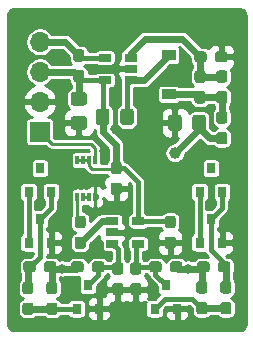
<source format=gtl>
G04 #@! TF.GenerationSoftware,KiCad,Pcbnew,(5.1.10)-1*
G04 #@! TF.CreationDate,2021-08-02T23:12:01-04:00*
G04 #@! TF.ProjectId,entropy r3,656e7472-6f70-4792-9072-332e6b696361,rev?*
G04 #@! TF.SameCoordinates,Original*
G04 #@! TF.FileFunction,Copper,L1,Top*
G04 #@! TF.FilePolarity,Positive*
%FSLAX46Y46*%
G04 Gerber Fmt 4.6, Leading zero omitted, Abs format (unit mm)*
G04 Created by KiCad (PCBNEW (5.1.10)-1) date 2021-08-02 23:12:01*
%MOMM*%
%LPD*%
G01*
G04 APERTURE LIST*
G04 #@! TA.AperFunction,ComponentPad*
%ADD10C,1.000000*%
G04 #@! TD*
G04 #@! TA.AperFunction,SMDPad,CuDef*
%ADD11R,1.200000X0.900000*%
G04 #@! TD*
G04 #@! TA.AperFunction,SMDPad,CuDef*
%ADD12R,1.060000X0.650000*%
G04 #@! TD*
G04 #@! TA.AperFunction,SMDPad,CuDef*
%ADD13R,0.300000X0.800000*%
G04 #@! TD*
G04 #@! TA.AperFunction,ComponentPad*
%ADD14R,1.700000X1.700000*%
G04 #@! TD*
G04 #@! TA.AperFunction,ComponentPad*
%ADD15O,1.700000X1.700000*%
G04 #@! TD*
G04 #@! TA.AperFunction,SMDPad,CuDef*
%ADD16R,0.800000X0.900000*%
G04 #@! TD*
G04 #@! TA.AperFunction,ViaPad*
%ADD17C,0.800000*%
G04 #@! TD*
G04 #@! TA.AperFunction,Conductor*
%ADD18C,0.250000*%
G04 #@! TD*
G04 #@! TA.AperFunction,Conductor*
%ADD19C,0.406400*%
G04 #@! TD*
G04 #@! TA.AperFunction,Conductor*
%ADD20C,0.609600*%
G04 #@! TD*
G04 #@! TA.AperFunction,Conductor*
%ADD21C,0.254000*%
G04 #@! TD*
G04 #@! TA.AperFunction,Conductor*
%ADD22C,0.100000*%
G04 #@! TD*
G04 APERTURE END LIST*
G04 #@! TA.AperFunction,SMDPad,CuDef*
G36*
G01*
X149698000Y-64569999D02*
X149698000Y-65470001D01*
G75*
G02*
X149448001Y-65720000I-249999J0D01*
G01*
X148797999Y-65720000D01*
G75*
G02*
X148548000Y-65470001I0J249999D01*
G01*
X148548000Y-64569999D01*
G75*
G02*
X148797999Y-64320000I249999J0D01*
G01*
X149448001Y-64320000D01*
G75*
G02*
X149698000Y-64569999I0J-249999D01*
G01*
G37*
G04 #@! TD.AperFunction*
G04 #@! TA.AperFunction,SMDPad,CuDef*
G36*
G01*
X147648000Y-64569999D02*
X147648000Y-65470001D01*
G75*
G02*
X147398001Y-65720000I-249999J0D01*
G01*
X146747999Y-65720000D01*
G75*
G02*
X146498000Y-65470001I0J249999D01*
G01*
X146498000Y-64569999D01*
G75*
G02*
X146747999Y-64320000I249999J0D01*
G01*
X147398001Y-64320000D01*
G75*
G02*
X147648000Y-64569999I0J-249999D01*
G01*
G37*
G04 #@! TD.AperFunction*
D10*
X147066000Y-67564000D03*
D11*
X146558000Y-62610000D03*
X146558000Y-59310000D03*
G04 #@! TA.AperFunction,SMDPad,CuDef*
G36*
G01*
X146447500Y-72895000D02*
X146922500Y-72895000D01*
G75*
G02*
X147160000Y-73132500I0J-237500D01*
G01*
X147160000Y-73707500D01*
G75*
G02*
X146922500Y-73945000I-237500J0D01*
G01*
X146447500Y-73945000D01*
G75*
G02*
X146210000Y-73707500I0J237500D01*
G01*
X146210000Y-73132500D01*
G75*
G02*
X146447500Y-72895000I237500J0D01*
G01*
G37*
G04 #@! TD.AperFunction*
G04 #@! TA.AperFunction,SMDPad,CuDef*
G36*
G01*
X146447500Y-74645000D02*
X146922500Y-74645000D01*
G75*
G02*
X147160000Y-74882500I0J-237500D01*
G01*
X147160000Y-75457500D01*
G75*
G02*
X146922500Y-75695000I-237500J0D01*
G01*
X146447500Y-75695000D01*
G75*
G02*
X146210000Y-75457500I0J237500D01*
G01*
X146210000Y-74882500D01*
G75*
G02*
X146447500Y-74645000I237500J0D01*
G01*
G37*
G04 #@! TD.AperFunction*
G04 #@! TA.AperFunction,SMDPad,CuDef*
G36*
G01*
X134857500Y-81283000D02*
X134382500Y-81283000D01*
G75*
G02*
X134145000Y-81045500I0J237500D01*
G01*
X134145000Y-80470500D01*
G75*
G02*
X134382500Y-80233000I237500J0D01*
G01*
X134857500Y-80233000D01*
G75*
G02*
X135095000Y-80470500I0J-237500D01*
G01*
X135095000Y-81045500D01*
G75*
G02*
X134857500Y-81283000I-237500J0D01*
G01*
G37*
G04 #@! TD.AperFunction*
G04 #@! TA.AperFunction,SMDPad,CuDef*
G36*
G01*
X134857500Y-79533000D02*
X134382500Y-79533000D01*
G75*
G02*
X134145000Y-79295500I0J237500D01*
G01*
X134145000Y-78720500D01*
G75*
G02*
X134382500Y-78483000I237500J0D01*
G01*
X134857500Y-78483000D01*
G75*
G02*
X135095000Y-78720500I0J-237500D01*
G01*
X135095000Y-79295500D01*
G75*
G02*
X134857500Y-79533000I-237500J0D01*
G01*
G37*
G04 #@! TD.AperFunction*
G04 #@! TA.AperFunction,SMDPad,CuDef*
G36*
G01*
X141875500Y-70073000D02*
X142350500Y-70073000D01*
G75*
G02*
X142588000Y-70310500I0J-237500D01*
G01*
X142588000Y-70885500D01*
G75*
G02*
X142350500Y-71123000I-237500J0D01*
G01*
X141875500Y-71123000D01*
G75*
G02*
X141638000Y-70885500I0J237500D01*
G01*
X141638000Y-70310500D01*
G75*
G02*
X141875500Y-70073000I237500J0D01*
G01*
G37*
G04 #@! TD.AperFunction*
G04 #@! TA.AperFunction,SMDPad,CuDef*
G36*
G01*
X141875500Y-68323000D02*
X142350500Y-68323000D01*
G75*
G02*
X142588000Y-68560500I0J-237500D01*
G01*
X142588000Y-69135500D01*
G75*
G02*
X142350500Y-69373000I-237500J0D01*
G01*
X141875500Y-69373000D01*
G75*
G02*
X141638000Y-69135500I0J237500D01*
G01*
X141638000Y-68560500D01*
G75*
G02*
X141875500Y-68323000I237500J0D01*
G01*
G37*
G04 #@! TD.AperFunction*
G04 #@! TA.AperFunction,SMDPad,CuDef*
G36*
G01*
X138487999Y-64458000D02*
X139388001Y-64458000D01*
G75*
G02*
X139638000Y-64707999I0J-249999D01*
G01*
X139638000Y-65358001D01*
G75*
G02*
X139388001Y-65608000I-249999J0D01*
G01*
X138487999Y-65608000D01*
G75*
G02*
X138238000Y-65358001I0J249999D01*
G01*
X138238000Y-64707999D01*
G75*
G02*
X138487999Y-64458000I249999J0D01*
G01*
G37*
G04 #@! TD.AperFunction*
G04 #@! TA.AperFunction,SMDPad,CuDef*
G36*
G01*
X138487999Y-62408000D02*
X139388001Y-62408000D01*
G75*
G02*
X139638000Y-62657999I0J-249999D01*
G01*
X139638000Y-63308001D01*
G75*
G02*
X139388001Y-63558000I-249999J0D01*
G01*
X138487999Y-63558000D01*
G75*
G02*
X138238000Y-63308001I0J249999D01*
G01*
X138238000Y-62657999D01*
G75*
G02*
X138487999Y-62408000I249999J0D01*
G01*
G37*
G04 #@! TD.AperFunction*
G04 #@! TA.AperFunction,SMDPad,CuDef*
G36*
G01*
X151621500Y-79483000D02*
X151146500Y-79483000D01*
G75*
G02*
X150909000Y-79245500I0J237500D01*
G01*
X150909000Y-78670500D01*
G75*
G02*
X151146500Y-78433000I237500J0D01*
G01*
X151621500Y-78433000D01*
G75*
G02*
X151859000Y-78670500I0J-237500D01*
G01*
X151859000Y-79245500D01*
G75*
G02*
X151621500Y-79483000I-237500J0D01*
G01*
G37*
G04 #@! TD.AperFunction*
G04 #@! TA.AperFunction,SMDPad,CuDef*
G36*
G01*
X151621500Y-81233000D02*
X151146500Y-81233000D01*
G75*
G02*
X150909000Y-80995500I0J237500D01*
G01*
X150909000Y-80420500D01*
G75*
G02*
X151146500Y-80183000I237500J0D01*
G01*
X151621500Y-80183000D01*
G75*
G02*
X151859000Y-80420500I0J-237500D01*
G01*
X151859000Y-80995500D01*
G75*
G02*
X151621500Y-81233000I-237500J0D01*
G01*
G37*
G04 #@! TD.AperFunction*
G04 #@! TA.AperFunction,SMDPad,CuDef*
G36*
G01*
X151275500Y-63380000D02*
X150800500Y-63380000D01*
G75*
G02*
X150563000Y-63142500I0J237500D01*
G01*
X150563000Y-62567500D01*
G75*
G02*
X150800500Y-62330000I237500J0D01*
G01*
X151275500Y-62330000D01*
G75*
G02*
X151513000Y-62567500I0J-237500D01*
G01*
X151513000Y-63142500D01*
G75*
G02*
X151275500Y-63380000I-237500J0D01*
G01*
G37*
G04 #@! TD.AperFunction*
G04 #@! TA.AperFunction,SMDPad,CuDef*
G36*
G01*
X151275500Y-61630000D02*
X150800500Y-61630000D01*
G75*
G02*
X150563000Y-61392500I0J237500D01*
G01*
X150563000Y-60817500D01*
G75*
G02*
X150800500Y-60580000I237500J0D01*
G01*
X151275500Y-60580000D01*
G75*
G02*
X151513000Y-60817500I0J-237500D01*
G01*
X151513000Y-61392500D01*
G75*
G02*
X151275500Y-61630000I-237500J0D01*
G01*
G37*
G04 #@! TD.AperFunction*
G04 #@! TA.AperFunction,SMDPad,CuDef*
G36*
G01*
X140386000Y-64966001D02*
X140386000Y-64065999D01*
G75*
G02*
X140635999Y-63816000I249999J0D01*
G01*
X141286001Y-63816000D01*
G75*
G02*
X141536000Y-64065999I0J-249999D01*
G01*
X141536000Y-64966001D01*
G75*
G02*
X141286001Y-65216000I-249999J0D01*
G01*
X140635999Y-65216000D01*
G75*
G02*
X140386000Y-64966001I0J249999D01*
G01*
G37*
G04 #@! TD.AperFunction*
G04 #@! TA.AperFunction,SMDPad,CuDef*
G36*
G01*
X142436000Y-64966001D02*
X142436000Y-64065999D01*
G75*
G02*
X142685999Y-63816000I249999J0D01*
G01*
X143336001Y-63816000D01*
G75*
G02*
X143586000Y-64065999I0J-249999D01*
G01*
X143586000Y-64966001D01*
G75*
G02*
X143336001Y-65216000I-249999J0D01*
G01*
X142685999Y-65216000D01*
G75*
G02*
X142436000Y-64966001I0J249999D01*
G01*
G37*
G04 #@! TD.AperFunction*
G04 #@! TA.AperFunction,SMDPad,CuDef*
G36*
G01*
X135286000Y-76978500D02*
X135286000Y-77453500D01*
G75*
G02*
X135048500Y-77691000I-237500J0D01*
G01*
X134473500Y-77691000D01*
G75*
G02*
X134236000Y-77453500I0J237500D01*
G01*
X134236000Y-76978500D01*
G75*
G02*
X134473500Y-76741000I237500J0D01*
G01*
X135048500Y-76741000D01*
G75*
G02*
X135286000Y-76978500I0J-237500D01*
G01*
G37*
G04 #@! TD.AperFunction*
G04 #@! TA.AperFunction,SMDPad,CuDef*
G36*
G01*
X137036000Y-76978500D02*
X137036000Y-77453500D01*
G75*
G02*
X136798500Y-77691000I-237500J0D01*
G01*
X136223500Y-77691000D01*
G75*
G02*
X135986000Y-77453500I0J237500D01*
G01*
X135986000Y-76978500D01*
G75*
G02*
X136223500Y-76741000I237500J0D01*
G01*
X136798500Y-76741000D01*
G75*
G02*
X137036000Y-76978500I0J-237500D01*
G01*
G37*
G04 #@! TD.AperFunction*
G04 #@! TA.AperFunction,SMDPad,CuDef*
G36*
G01*
X136414500Y-78483000D02*
X136889500Y-78483000D01*
G75*
G02*
X137127000Y-78720500I0J-237500D01*
G01*
X137127000Y-79295500D01*
G75*
G02*
X136889500Y-79533000I-237500J0D01*
G01*
X136414500Y-79533000D01*
G75*
G02*
X136177000Y-79295500I0J237500D01*
G01*
X136177000Y-78720500D01*
G75*
G02*
X136414500Y-78483000I237500J0D01*
G01*
G37*
G04 #@! TD.AperFunction*
G04 #@! TA.AperFunction,SMDPad,CuDef*
G36*
G01*
X136414500Y-80233000D02*
X136889500Y-80233000D01*
G75*
G02*
X137127000Y-80470500I0J-237500D01*
G01*
X137127000Y-81045500D01*
G75*
G02*
X136889500Y-81283000I-237500J0D01*
G01*
X136414500Y-81283000D01*
G75*
G02*
X136177000Y-81045500I0J237500D01*
G01*
X136177000Y-80470500D01*
G75*
G02*
X136414500Y-80233000I237500J0D01*
G01*
G37*
G04 #@! TD.AperFunction*
G04 #@! TA.AperFunction,SMDPad,CuDef*
G36*
G01*
X138827500Y-72895000D02*
X139302500Y-72895000D01*
G75*
G02*
X139540000Y-73132500I0J-237500D01*
G01*
X139540000Y-73707500D01*
G75*
G02*
X139302500Y-73945000I-237500J0D01*
G01*
X138827500Y-73945000D01*
G75*
G02*
X138590000Y-73707500I0J237500D01*
G01*
X138590000Y-73132500D01*
G75*
G02*
X138827500Y-72895000I237500J0D01*
G01*
G37*
G04 #@! TD.AperFunction*
G04 #@! TA.AperFunction,SMDPad,CuDef*
G36*
G01*
X138827500Y-74645000D02*
X139302500Y-74645000D01*
G75*
G02*
X139540000Y-74882500I0J-237500D01*
G01*
X139540000Y-75457500D01*
G75*
G02*
X139302500Y-75695000I-237500J0D01*
G01*
X138827500Y-75695000D01*
G75*
G02*
X138590000Y-75457500I0J237500D01*
G01*
X138590000Y-74882500D01*
G75*
G02*
X138827500Y-74645000I237500J0D01*
G01*
G37*
G04 #@! TD.AperFunction*
G04 #@! TA.AperFunction,SMDPad,CuDef*
G36*
G01*
X140050000Y-77453500D02*
X140050000Y-76978500D01*
G75*
G02*
X140287500Y-76741000I237500J0D01*
G01*
X140862500Y-76741000D01*
G75*
G02*
X141100000Y-76978500I0J-237500D01*
G01*
X141100000Y-77453500D01*
G75*
G02*
X140862500Y-77691000I-237500J0D01*
G01*
X140287500Y-77691000D01*
G75*
G02*
X140050000Y-77453500I0J237500D01*
G01*
G37*
G04 #@! TD.AperFunction*
G04 #@! TA.AperFunction,SMDPad,CuDef*
G36*
G01*
X138300000Y-77453500D02*
X138300000Y-76978500D01*
G75*
G02*
X138537500Y-76741000I237500J0D01*
G01*
X139112500Y-76741000D01*
G75*
G02*
X139350000Y-76978500I0J-237500D01*
G01*
X139350000Y-77453500D01*
G75*
G02*
X139112500Y-77691000I-237500J0D01*
G01*
X138537500Y-77691000D01*
G75*
G02*
X138300000Y-77453500I0J237500D01*
G01*
G37*
G04 #@! TD.AperFunction*
G04 #@! TA.AperFunction,SMDPad,CuDef*
G36*
G01*
X142002500Y-76832000D02*
X142477500Y-76832000D01*
G75*
G02*
X142715000Y-77069500I0J-237500D01*
G01*
X142715000Y-77644500D01*
G75*
G02*
X142477500Y-77882000I-237500J0D01*
G01*
X142002500Y-77882000D01*
G75*
G02*
X141765000Y-77644500I0J237500D01*
G01*
X141765000Y-77069500D01*
G75*
G02*
X142002500Y-76832000I237500J0D01*
G01*
G37*
G04 #@! TD.AperFunction*
G04 #@! TA.AperFunction,SMDPad,CuDef*
G36*
G01*
X142002500Y-78582000D02*
X142477500Y-78582000D01*
G75*
G02*
X142715000Y-78819500I0J-237500D01*
G01*
X142715000Y-79394500D01*
G75*
G02*
X142477500Y-79632000I-237500J0D01*
G01*
X142002500Y-79632000D01*
G75*
G02*
X141765000Y-79394500I0J237500D01*
G01*
X141765000Y-78819500D01*
G75*
G02*
X142002500Y-78582000I237500J0D01*
G01*
G37*
G04 #@! TD.AperFunction*
G04 #@! TA.AperFunction,SMDPad,CuDef*
G36*
G01*
X150718000Y-77453500D02*
X150718000Y-76978500D01*
G75*
G02*
X150955500Y-76741000I237500J0D01*
G01*
X151530500Y-76741000D01*
G75*
G02*
X151768000Y-76978500I0J-237500D01*
G01*
X151768000Y-77453500D01*
G75*
G02*
X151530500Y-77691000I-237500J0D01*
G01*
X150955500Y-77691000D01*
G75*
G02*
X150718000Y-77453500I0J237500D01*
G01*
G37*
G04 #@! TD.AperFunction*
G04 #@! TA.AperFunction,SMDPad,CuDef*
G36*
G01*
X148968000Y-77453500D02*
X148968000Y-76978500D01*
G75*
G02*
X149205500Y-76741000I237500J0D01*
G01*
X149780500Y-76741000D01*
G75*
G02*
X150018000Y-76978500I0J-237500D01*
G01*
X150018000Y-77453500D01*
G75*
G02*
X149780500Y-77691000I-237500J0D01*
G01*
X149205500Y-77691000D01*
G75*
G02*
X148968000Y-77453500I0J237500D01*
G01*
G37*
G04 #@! TD.AperFunction*
G04 #@! TA.AperFunction,SMDPad,CuDef*
G36*
G01*
X149114500Y-80183000D02*
X149589500Y-80183000D01*
G75*
G02*
X149827000Y-80420500I0J-237500D01*
G01*
X149827000Y-80995500D01*
G75*
G02*
X149589500Y-81233000I-237500J0D01*
G01*
X149114500Y-81233000D01*
G75*
G02*
X148877000Y-80995500I0J237500D01*
G01*
X148877000Y-80420500D01*
G75*
G02*
X149114500Y-80183000I237500J0D01*
G01*
G37*
G04 #@! TD.AperFunction*
G04 #@! TA.AperFunction,SMDPad,CuDef*
G36*
G01*
X149114500Y-78433000D02*
X149589500Y-78433000D01*
G75*
G02*
X149827000Y-78670500I0J-237500D01*
G01*
X149827000Y-79245500D01*
G75*
G02*
X149589500Y-79483000I-237500J0D01*
G01*
X149114500Y-79483000D01*
G75*
G02*
X148877000Y-79245500I0J237500D01*
G01*
X148877000Y-78670500D01*
G75*
G02*
X149114500Y-78433000I237500J0D01*
G01*
G37*
G04 #@! TD.AperFunction*
G04 #@! TA.AperFunction,SMDPad,CuDef*
G36*
G01*
X149435500Y-61640000D02*
X148960500Y-61640000D01*
G75*
G02*
X148723000Y-61402500I0J237500D01*
G01*
X148723000Y-60827500D01*
G75*
G02*
X148960500Y-60590000I237500J0D01*
G01*
X149435500Y-60590000D01*
G75*
G02*
X149673000Y-60827500I0J-237500D01*
G01*
X149673000Y-61402500D01*
G75*
G02*
X149435500Y-61640000I-237500J0D01*
G01*
G37*
G04 #@! TD.AperFunction*
G04 #@! TA.AperFunction,SMDPad,CuDef*
G36*
G01*
X149435500Y-63390000D02*
X148960500Y-63390000D01*
G75*
G02*
X148723000Y-63152500I0J237500D01*
G01*
X148723000Y-62577500D01*
G75*
G02*
X148960500Y-62340000I237500J0D01*
G01*
X149435500Y-62340000D01*
G75*
G02*
X149673000Y-62577500I0J-237500D01*
G01*
X149673000Y-63152500D01*
G75*
G02*
X149435500Y-63390000I-237500J0D01*
G01*
G37*
G04 #@! TD.AperFunction*
G04 #@! TA.AperFunction,SMDPad,CuDef*
G36*
G01*
X148714000Y-59673500D02*
X148714000Y-59198500D01*
G75*
G02*
X148951500Y-58961000I237500J0D01*
G01*
X149526500Y-58961000D01*
G75*
G02*
X149764000Y-59198500I0J-237500D01*
G01*
X149764000Y-59673500D01*
G75*
G02*
X149526500Y-59911000I-237500J0D01*
G01*
X148951500Y-59911000D01*
G75*
G02*
X148714000Y-59673500I0J237500D01*
G01*
G37*
G04 #@! TD.AperFunction*
G04 #@! TA.AperFunction,SMDPad,CuDef*
G36*
G01*
X150464000Y-59673500D02*
X150464000Y-59198500D01*
G75*
G02*
X150701500Y-58961000I237500J0D01*
G01*
X151276500Y-58961000D01*
G75*
G02*
X151514000Y-59198500I0J-237500D01*
G01*
X151514000Y-59673500D01*
G75*
G02*
X151276500Y-59911000I-237500J0D01*
G01*
X150701500Y-59911000D01*
G75*
G02*
X150464000Y-59673500I0J237500D01*
G01*
G37*
G04 #@! TD.AperFunction*
G04 #@! TA.AperFunction,SMDPad,CuDef*
G36*
G01*
X151275500Y-66850000D02*
X150800500Y-66850000D01*
G75*
G02*
X150563000Y-66612500I0J237500D01*
G01*
X150563000Y-66037500D01*
G75*
G02*
X150800500Y-65800000I237500J0D01*
G01*
X151275500Y-65800000D01*
G75*
G02*
X151513000Y-66037500I0J-237500D01*
G01*
X151513000Y-66612500D01*
G75*
G02*
X151275500Y-66850000I-237500J0D01*
G01*
G37*
G04 #@! TD.AperFunction*
G04 #@! TA.AperFunction,SMDPad,CuDef*
G36*
G01*
X151275500Y-65100000D02*
X150800500Y-65100000D01*
G75*
G02*
X150563000Y-64862500I0J237500D01*
G01*
X150563000Y-64287500D01*
G75*
G02*
X150800500Y-64050000I237500J0D01*
G01*
X151275500Y-64050000D01*
G75*
G02*
X151513000Y-64287500I0J-237500D01*
G01*
X151513000Y-64862500D01*
G75*
G02*
X151275500Y-65100000I-237500J0D01*
G01*
G37*
G04 #@! TD.AperFunction*
G04 #@! TA.AperFunction,SMDPad,CuDef*
G36*
G01*
X147704000Y-76978500D02*
X147704000Y-77453500D01*
G75*
G02*
X147466500Y-77691000I-237500J0D01*
G01*
X146891500Y-77691000D01*
G75*
G02*
X146654000Y-77453500I0J237500D01*
G01*
X146654000Y-76978500D01*
G75*
G02*
X146891500Y-76741000I237500J0D01*
G01*
X147466500Y-76741000D01*
G75*
G02*
X147704000Y-76978500I0J-237500D01*
G01*
G37*
G04 #@! TD.AperFunction*
G04 #@! TA.AperFunction,SMDPad,CuDef*
G36*
G01*
X145954000Y-76978500D02*
X145954000Y-77453500D01*
G75*
G02*
X145716500Y-77691000I-237500J0D01*
G01*
X145141500Y-77691000D01*
G75*
G02*
X144904000Y-77453500I0J237500D01*
G01*
X144904000Y-76978500D01*
G75*
G02*
X145141500Y-76741000I237500J0D01*
G01*
X145716500Y-76741000D01*
G75*
G02*
X145954000Y-76978500I0J-237500D01*
G01*
G37*
G04 #@! TD.AperFunction*
G04 #@! TA.AperFunction,SMDPad,CuDef*
G36*
G01*
X143526500Y-78582000D02*
X144001500Y-78582000D01*
G75*
G02*
X144239000Y-78819500I0J-237500D01*
G01*
X144239000Y-79394500D01*
G75*
G02*
X144001500Y-79632000I-237500J0D01*
G01*
X143526500Y-79632000D01*
G75*
G02*
X143289000Y-79394500I0J237500D01*
G01*
X143289000Y-78819500D01*
G75*
G02*
X143526500Y-78582000I237500J0D01*
G01*
G37*
G04 #@! TD.AperFunction*
G04 #@! TA.AperFunction,SMDPad,CuDef*
G36*
G01*
X143526500Y-76832000D02*
X144001500Y-76832000D01*
G75*
G02*
X144239000Y-77069500I0J-237500D01*
G01*
X144239000Y-77644500D01*
G75*
G02*
X144001500Y-77882000I-237500J0D01*
G01*
X143526500Y-77882000D01*
G75*
G02*
X143289000Y-77644500I0J237500D01*
G01*
X143289000Y-77069500D01*
G75*
G02*
X143526500Y-76832000I237500J0D01*
G01*
G37*
G04 #@! TD.AperFunction*
D12*
X141775000Y-73345000D03*
X141775000Y-74295000D03*
X141775000Y-75245000D03*
X143975000Y-75245000D03*
X143975000Y-73345000D03*
D13*
X138823000Y-71273000D03*
X139323000Y-71273000D03*
X139823000Y-71273000D03*
X140323000Y-71273000D03*
X140323000Y-68173000D03*
X139823000Y-68173000D03*
X139323000Y-68173000D03*
X138823000Y-68173000D03*
D12*
X141140000Y-61402000D03*
X141140000Y-59502000D03*
X143340000Y-59502000D03*
X143340000Y-60452000D03*
X143340000Y-61402000D03*
D14*
X135636000Y-65786000D03*
D15*
X135636000Y-63246000D03*
X135636000Y-60706000D03*
X135636000Y-58166000D03*
D16*
X135636000Y-68850000D03*
X136586000Y-70850000D03*
X134686000Y-70850000D03*
X134686000Y-75168000D03*
X136586000Y-75168000D03*
X135636000Y-73168000D03*
X138750000Y-80756000D03*
X140650000Y-80756000D03*
X139700000Y-78756000D03*
X150114000Y-68850000D03*
X151064000Y-70850000D03*
X149164000Y-70850000D03*
X149164000Y-75168000D03*
X151064000Y-75168000D03*
X150114000Y-73168000D03*
X146304000Y-78756000D03*
X147254000Y-80756000D03*
X145354000Y-80756000D03*
G04 #@! TA.AperFunction,SMDPad,CuDef*
G36*
G01*
X139175500Y-61598000D02*
X138700500Y-61598000D01*
G75*
G02*
X138463000Y-61360500I0J237500D01*
G01*
X138463000Y-60785500D01*
G75*
G02*
X138700500Y-60548000I237500J0D01*
G01*
X139175500Y-60548000D01*
G75*
G02*
X139413000Y-60785500I0J-237500D01*
G01*
X139413000Y-61360500D01*
G75*
G02*
X139175500Y-61598000I-237500J0D01*
G01*
G37*
G04 #@! TD.AperFunction*
G04 #@! TA.AperFunction,SMDPad,CuDef*
G36*
G01*
X139175500Y-59848000D02*
X138700500Y-59848000D01*
G75*
G02*
X138463000Y-59610500I0J237500D01*
G01*
X138463000Y-59035500D01*
G75*
G02*
X138700500Y-58798000I237500J0D01*
G01*
X139175500Y-58798000D01*
G75*
G02*
X139413000Y-59035500I0J-237500D01*
G01*
X139413000Y-59610500D01*
G75*
G02*
X139175500Y-59848000I-237500J0D01*
G01*
G37*
G04 #@! TD.AperFunction*
D17*
X147600000Y-60800000D03*
X142000000Y-62900000D03*
X152300000Y-56200000D03*
X142300000Y-57800000D03*
X133500000Y-56000000D03*
X133500000Y-82000000D03*
X152600000Y-81900000D03*
X137200000Y-62200000D03*
X137200000Y-64400000D03*
X133800000Y-62200000D03*
X133800000Y-64400000D03*
X152400000Y-59400000D03*
X145600000Y-64900000D03*
X142100000Y-72100000D03*
X137400000Y-73600000D03*
X140800000Y-82100000D03*
X142300000Y-80500000D03*
X143800000Y-80500000D03*
X147300000Y-82000000D03*
X152500000Y-75200000D03*
X145400000Y-75300000D03*
X148100000Y-72100000D03*
X142000000Y-60400000D03*
X144900000Y-67800000D03*
X148200000Y-76100000D03*
X138200000Y-79000000D03*
X140323000Y-69862000D03*
X141100000Y-67400000D03*
X137527000Y-77357000D03*
X148195000Y-77357000D03*
D18*
X139823000Y-68173000D02*
X139323000Y-68173000D01*
X139323000Y-68173000D02*
X138823000Y-68173000D01*
D19*
X146610000Y-73345000D02*
X146685000Y-73420000D01*
X143975000Y-73345000D02*
X146610000Y-73345000D01*
D18*
X139823000Y-68173000D02*
X139823000Y-68703000D01*
X142062999Y-68898001D02*
X142113000Y-68848000D01*
X140018001Y-68898001D02*
X142062999Y-68898001D01*
X139823000Y-68703000D02*
X140018001Y-68898001D01*
D19*
X140961000Y-61581000D02*
X141140000Y-61402000D01*
X140961000Y-64516000D02*
X140961000Y-61581000D01*
D20*
X140673000Y-64804000D02*
X140961000Y-64516000D01*
X138938000Y-62983000D02*
X138938000Y-61073000D01*
D19*
X139267000Y-61402000D02*
X138938000Y-61073000D01*
X141140000Y-61402000D02*
X139267000Y-61402000D01*
D20*
X138571000Y-60706000D02*
X138938000Y-61073000D01*
X135636000Y-60706000D02*
X138571000Y-60706000D01*
D19*
X142113000Y-68848000D02*
X142762000Y-68848000D01*
X143975000Y-70061000D02*
X143975000Y-73345000D01*
X142762000Y-68848000D02*
X143975000Y-70061000D01*
D20*
X140961000Y-64516000D02*
X140961000Y-65777000D01*
X142113000Y-66929000D02*
X142113000Y-68848000D01*
X140961000Y-65777000D02*
X142113000Y-66929000D01*
D18*
X140323000Y-71273000D02*
X140323000Y-69862000D01*
X140323000Y-71273000D02*
X140323000Y-72378000D01*
X140323000Y-69862000D02*
X140323000Y-69862000D01*
D20*
X134620000Y-80758000D02*
X136652000Y-80758000D01*
X136735000Y-80675000D02*
X136652000Y-80758000D01*
D19*
X136654000Y-80756000D02*
X136652000Y-80758000D01*
X138750000Y-80756000D02*
X136654000Y-80756000D01*
D20*
X134620000Y-77357000D02*
X134761000Y-77216000D01*
X134620000Y-79008000D02*
X134620000Y-77357000D01*
X134686000Y-77141000D02*
X134761000Y-77216000D01*
D19*
X136586000Y-72218000D02*
X135636000Y-73168000D01*
X136586000Y-70850000D02*
X136586000Y-72218000D01*
X135636000Y-76341000D02*
X134761000Y-77216000D01*
X135636000Y-73168000D02*
X135636000Y-76341000D01*
D20*
X151384000Y-77357000D02*
X151243000Y-77216000D01*
X151384000Y-78958000D02*
X151384000Y-77357000D01*
D19*
X151414201Y-77044799D02*
X151243000Y-77216000D01*
X151064000Y-72218000D02*
X150114000Y-73168000D01*
X151064000Y-70850000D02*
X151064000Y-72218000D01*
X151243000Y-76922762D02*
X151243000Y-77216000D01*
X150114000Y-75793762D02*
X151243000Y-76922762D01*
X150114000Y-73168000D02*
X150114000Y-75793762D01*
D20*
X149319000Y-80675000D02*
X149352000Y-80708000D01*
X149352000Y-80708000D02*
X151384000Y-80708000D01*
D19*
X148546799Y-79902799D02*
X149352000Y-80708000D01*
X146207201Y-79902799D02*
X148546799Y-79902799D01*
X145354000Y-80756000D02*
X146207201Y-79902799D01*
D20*
X149208000Y-62855000D02*
X149198000Y-62865000D01*
X151041583Y-62855000D02*
X149208000Y-62855000D01*
X148943000Y-62610000D02*
X149198000Y-62865000D01*
X146558000Y-62610000D02*
X148943000Y-62610000D01*
X151038000Y-62855000D02*
X151038000Y-64575000D01*
X143340000Y-59502000D02*
X143340000Y-59098000D01*
X143340000Y-59098000D02*
X144526000Y-57912000D01*
X147715000Y-57912000D02*
X149239000Y-59436000D01*
X144526000Y-57912000D02*
X147715000Y-57912000D01*
X149239000Y-61074000D02*
X149198000Y-61115000D01*
X149239000Y-59436000D02*
X149239000Y-61074000D01*
X151031583Y-61115000D02*
X151041583Y-61105000D01*
X149198000Y-61115000D02*
X151031583Y-61115000D01*
X136652000Y-79008000D02*
X136652000Y-77357000D01*
X136652000Y-77357000D02*
X136511000Y-77216000D01*
X149352000Y-77357000D02*
X149493000Y-77216000D01*
X149352000Y-78958000D02*
X149352000Y-77357000D01*
X137527000Y-77357000D02*
X136652000Y-77357000D01*
X148195000Y-77357000D02*
X149352000Y-77357000D01*
X149123000Y-65020000D02*
X149123000Y-65430000D01*
X150018000Y-66325000D02*
X151038000Y-66325000D01*
X149123000Y-65430000D02*
X150018000Y-66325000D01*
X149123000Y-65507000D02*
X147066000Y-67564000D01*
X149123000Y-65020000D02*
X149123000Y-65507000D01*
X138684000Y-77357000D02*
X138825000Y-77216000D01*
X137527000Y-77357000D02*
X138684000Y-77357000D01*
X147320000Y-77357000D02*
X147179000Y-77216000D01*
X148195000Y-77357000D02*
X147320000Y-77357000D01*
X144466000Y-61402000D02*
X146558000Y-59310000D01*
X143340000Y-61402000D02*
X144466000Y-61402000D01*
D19*
X143011000Y-61731000D02*
X143340000Y-61402000D01*
X143011000Y-64516000D02*
X143011000Y-61731000D01*
D18*
X140323000Y-68173000D02*
X140323000Y-67171000D01*
X140323000Y-67171000D02*
X139954000Y-66802000D01*
X136652000Y-66802000D02*
X135636000Y-65786000D01*
X139954000Y-66802000D02*
X136652000Y-66802000D01*
D19*
X134686000Y-75168000D02*
X134686000Y-70850000D01*
X140575000Y-77216000D02*
X142099000Y-77216000D01*
X140575000Y-77881000D02*
X139700000Y-78756000D01*
X140575000Y-77216000D02*
X140575000Y-77881000D01*
X142240000Y-75710000D02*
X141775000Y-75245000D01*
X142240000Y-77357000D02*
X142240000Y-75710000D01*
X143764000Y-75456000D02*
X143975000Y-75245000D01*
X143764000Y-77357000D02*
X143764000Y-75456000D01*
X143905000Y-77216000D02*
X143764000Y-77357000D01*
X145429000Y-77216000D02*
X143905000Y-77216000D01*
X145429000Y-77881000D02*
X146304000Y-78756000D01*
X145429000Y-77216000D02*
X145429000Y-77881000D01*
X139140000Y-73345000D02*
X139065000Y-73420000D01*
D18*
X138823000Y-73178000D02*
X139065000Y-73420000D01*
X138823000Y-71273000D02*
X138823000Y-73178000D01*
X139063000Y-75172000D02*
X139065000Y-75170000D01*
D20*
X140890000Y-73345000D02*
X139065000Y-75170000D01*
X141775000Y-73345000D02*
X140890000Y-73345000D01*
D18*
X139823000Y-71273000D02*
X139323000Y-71273000D01*
D19*
X139117000Y-59502000D02*
X138938000Y-59323000D01*
X141140000Y-59502000D02*
X139117000Y-59502000D01*
D20*
X137781000Y-58166000D02*
X138938000Y-59323000D01*
X135636000Y-58166000D02*
X137781000Y-58166000D01*
D19*
X149164000Y-70850000D02*
X149164000Y-75168000D01*
D21*
X152614994Y-55419222D02*
X152725614Y-55452620D01*
X152827639Y-55506868D01*
X152917179Y-55579895D01*
X152990833Y-55668925D01*
X153045792Y-55770572D01*
X153079960Y-55880949D01*
X153094000Y-56014528D01*
X153094001Y-81980136D01*
X153080778Y-82114994D01*
X153047379Y-82225615D01*
X152993132Y-82327639D01*
X152920106Y-82417179D01*
X152831072Y-82490834D01*
X152729428Y-82545792D01*
X152619051Y-82579960D01*
X152485472Y-82594000D01*
X133519854Y-82594000D01*
X133385006Y-82580778D01*
X133274385Y-82547379D01*
X133172361Y-82493132D01*
X133082821Y-82420106D01*
X133009166Y-82331072D01*
X132954208Y-82229428D01*
X132920040Y-82119051D01*
X132906000Y-81985472D01*
X132906000Y-78720500D01*
X133762157Y-78720500D01*
X133762157Y-79295500D01*
X133774077Y-79416523D01*
X133809378Y-79532895D01*
X133866704Y-79640144D01*
X133943851Y-79734149D01*
X134037856Y-79811296D01*
X134145105Y-79868622D01*
X134192503Y-79883000D01*
X134145105Y-79897378D01*
X134037856Y-79954704D01*
X133943851Y-80031851D01*
X133866704Y-80125856D01*
X133809378Y-80233105D01*
X133774077Y-80349477D01*
X133762157Y-80470500D01*
X133762157Y-81045500D01*
X133774077Y-81166523D01*
X133809378Y-81282895D01*
X133866704Y-81390144D01*
X133943851Y-81484149D01*
X134037856Y-81561296D01*
X134145105Y-81618622D01*
X134261477Y-81653923D01*
X134382500Y-81665843D01*
X134857500Y-81665843D01*
X134978523Y-81653923D01*
X135094895Y-81618622D01*
X135202144Y-81561296D01*
X135296149Y-81484149D01*
X135329262Y-81443800D01*
X135942738Y-81443800D01*
X135975851Y-81484149D01*
X136069856Y-81561296D01*
X136177105Y-81618622D01*
X136293477Y-81653923D01*
X136414500Y-81665843D01*
X136889500Y-81665843D01*
X137010523Y-81653923D01*
X137126895Y-81618622D01*
X137234144Y-81561296D01*
X137328149Y-81484149D01*
X137405296Y-81390144D01*
X137431992Y-81340200D01*
X137992565Y-81340200D01*
X137996299Y-81352508D01*
X138031678Y-81418696D01*
X138079289Y-81476711D01*
X138137304Y-81524322D01*
X138203492Y-81559701D01*
X138275311Y-81581487D01*
X138350000Y-81588843D01*
X139150000Y-81588843D01*
X139224689Y-81581487D01*
X139296508Y-81559701D01*
X139362696Y-81524322D01*
X139420711Y-81476711D01*
X139468322Y-81418696D01*
X139503701Y-81352508D01*
X139525487Y-81280689D01*
X139532843Y-81206000D01*
X139611928Y-81206000D01*
X139624188Y-81330482D01*
X139660498Y-81450180D01*
X139719463Y-81560494D01*
X139798815Y-81657185D01*
X139895506Y-81736537D01*
X140005820Y-81795502D01*
X140125518Y-81831812D01*
X140250000Y-81844072D01*
X140364250Y-81841000D01*
X140523000Y-81682250D01*
X140523000Y-80883000D01*
X140777000Y-80883000D01*
X140777000Y-81682250D01*
X140935750Y-81841000D01*
X141050000Y-81844072D01*
X141174482Y-81831812D01*
X141294180Y-81795502D01*
X141404494Y-81736537D01*
X141501185Y-81657185D01*
X141580537Y-81560494D01*
X141639502Y-81450180D01*
X141675812Y-81330482D01*
X141688072Y-81206000D01*
X141685000Y-81041750D01*
X141526250Y-80883000D01*
X140777000Y-80883000D01*
X140523000Y-80883000D01*
X139773750Y-80883000D01*
X139615000Y-81041750D01*
X139611928Y-81206000D01*
X139532843Y-81206000D01*
X139532843Y-80306000D01*
X139611928Y-80306000D01*
X139615000Y-80470250D01*
X139773750Y-80629000D01*
X140523000Y-80629000D01*
X140523000Y-79829750D01*
X140777000Y-79829750D01*
X140777000Y-80629000D01*
X141526250Y-80629000D01*
X141685000Y-80470250D01*
X141688072Y-80306000D01*
X141683745Y-80262069D01*
X141765000Y-80270072D01*
X141954250Y-80267000D01*
X142113000Y-80108250D01*
X142113000Y-79234000D01*
X142367000Y-79234000D01*
X142367000Y-80108250D01*
X142525750Y-80267000D01*
X142715000Y-80270072D01*
X142839482Y-80257812D01*
X142959180Y-80221502D01*
X143002000Y-80198614D01*
X143044820Y-80221502D01*
X143164518Y-80257812D01*
X143289000Y-80270072D01*
X143478250Y-80267000D01*
X143637000Y-80108250D01*
X143637000Y-79234000D01*
X142367000Y-79234000D01*
X142113000Y-79234000D01*
X141288750Y-79234000D01*
X141130000Y-79392750D01*
X141126928Y-79632000D01*
X141131255Y-79675931D01*
X141050000Y-79667928D01*
X140935750Y-79671000D01*
X140777000Y-79829750D01*
X140523000Y-79829750D01*
X140364250Y-79671000D01*
X140250000Y-79667928D01*
X140125518Y-79680188D01*
X140005820Y-79716498D01*
X139895506Y-79775463D01*
X139798815Y-79854815D01*
X139719463Y-79951506D01*
X139660498Y-80061820D01*
X139624188Y-80181518D01*
X139611928Y-80306000D01*
X139532843Y-80306000D01*
X139525487Y-80231311D01*
X139503701Y-80159492D01*
X139468322Y-80093304D01*
X139420711Y-80035289D01*
X139362696Y-79987678D01*
X139296508Y-79952299D01*
X139224689Y-79930513D01*
X139150000Y-79923157D01*
X138350000Y-79923157D01*
X138275311Y-79930513D01*
X138203492Y-79952299D01*
X138137304Y-79987678D01*
X138079289Y-80035289D01*
X138031678Y-80093304D01*
X137996299Y-80159492D01*
X137992565Y-80171800D01*
X137429854Y-80171800D01*
X137405296Y-80125856D01*
X137328149Y-80031851D01*
X137234144Y-79954704D01*
X137126895Y-79897378D01*
X137079497Y-79883000D01*
X137126895Y-79868622D01*
X137234144Y-79811296D01*
X137328149Y-79734149D01*
X137405296Y-79640144D01*
X137462622Y-79532895D01*
X137497923Y-79416523D01*
X137509843Y-79295500D01*
X137509843Y-78720500D01*
X137497923Y-78599477D01*
X137462622Y-78483105D01*
X137405296Y-78375856D01*
X137337800Y-78293611D01*
X137337800Y-78115667D01*
X137450078Y-78138000D01*
X137603922Y-78138000D01*
X137754809Y-78107987D01*
X137896942Y-78049113D01*
X137906390Y-78042800D01*
X138353437Y-78042800D01*
X138416477Y-78061923D01*
X138537500Y-78073843D01*
X138997649Y-78073843D01*
X138981678Y-78093304D01*
X138946299Y-78159492D01*
X138924513Y-78231311D01*
X138917157Y-78306000D01*
X138917157Y-79206000D01*
X138924513Y-79280689D01*
X138946299Y-79352508D01*
X138981678Y-79418696D01*
X139029289Y-79476711D01*
X139087304Y-79524322D01*
X139153492Y-79559701D01*
X139225311Y-79581487D01*
X139300000Y-79588843D01*
X140100000Y-79588843D01*
X140174689Y-79581487D01*
X140246508Y-79559701D01*
X140312696Y-79524322D01*
X140370711Y-79476711D01*
X140418322Y-79418696D01*
X140453701Y-79352508D01*
X140475487Y-79280689D01*
X140482843Y-79206000D01*
X140482843Y-78799340D01*
X140967806Y-78314378D01*
X140990090Y-78296090D01*
X141008381Y-78273803D01*
X141042809Y-78231851D01*
X141063094Y-78207134D01*
X141117341Y-78105645D01*
X141149327Y-78000200D01*
X141207144Y-77969296D01*
X141301149Y-77892149D01*
X141376609Y-77800200D01*
X141404596Y-77800200D01*
X141429378Y-77881895D01*
X141486704Y-77989144D01*
X141499020Y-78004151D01*
X141410506Y-78051463D01*
X141313815Y-78130815D01*
X141234463Y-78227506D01*
X141175498Y-78337820D01*
X141139188Y-78457518D01*
X141126928Y-78582000D01*
X141130000Y-78821250D01*
X141288750Y-78980000D01*
X142113000Y-78980000D01*
X142113000Y-78960000D01*
X142367000Y-78960000D01*
X142367000Y-78980000D01*
X143637000Y-78980000D01*
X143637000Y-78960000D01*
X143891000Y-78960000D01*
X143891000Y-78980000D01*
X144715250Y-78980000D01*
X144874000Y-78821250D01*
X144877072Y-78582000D01*
X144864812Y-78457518D01*
X144828502Y-78337820D01*
X144769537Y-78227506D01*
X144690185Y-78130815D01*
X144593494Y-78051463D01*
X144504980Y-78004151D01*
X144517296Y-77989144D01*
X144574622Y-77881895D01*
X144599404Y-77800200D01*
X144627391Y-77800200D01*
X144702851Y-77892149D01*
X144796856Y-77969296D01*
X144854673Y-78000200D01*
X144886659Y-78105645D01*
X144940907Y-78207134D01*
X144961192Y-78231851D01*
X144995620Y-78273803D01*
X144995621Y-78273804D01*
X145013911Y-78296090D01*
X145036194Y-78314377D01*
X145521157Y-78799341D01*
X145521157Y-79206000D01*
X145528513Y-79280689D01*
X145550299Y-79352508D01*
X145585678Y-79418696D01*
X145633289Y-79476711D01*
X145691304Y-79524322D01*
X145735742Y-79548075D01*
X145360660Y-79923157D01*
X144954000Y-79923157D01*
X144879311Y-79930513D01*
X144807492Y-79952299D01*
X144779944Y-79967024D01*
X144828502Y-79876180D01*
X144864812Y-79756482D01*
X144877072Y-79632000D01*
X144874000Y-79392750D01*
X144715250Y-79234000D01*
X143891000Y-79234000D01*
X143891000Y-80108250D01*
X144049750Y-80267000D01*
X144239000Y-80270072D01*
X144363482Y-80257812D01*
X144483180Y-80221502D01*
X144593494Y-80162537D01*
X144602717Y-80154968D01*
X144600299Y-80159492D01*
X144578513Y-80231311D01*
X144571157Y-80306000D01*
X144571157Y-81206000D01*
X144578513Y-81280689D01*
X144600299Y-81352508D01*
X144635678Y-81418696D01*
X144683289Y-81476711D01*
X144741304Y-81524322D01*
X144807492Y-81559701D01*
X144879311Y-81581487D01*
X144954000Y-81588843D01*
X145754000Y-81588843D01*
X145828689Y-81581487D01*
X145900508Y-81559701D01*
X145966696Y-81524322D01*
X146024711Y-81476711D01*
X146072322Y-81418696D01*
X146107701Y-81352508D01*
X146129487Y-81280689D01*
X146136843Y-81206000D01*
X146215928Y-81206000D01*
X146228188Y-81330482D01*
X146264498Y-81450180D01*
X146323463Y-81560494D01*
X146402815Y-81657185D01*
X146499506Y-81736537D01*
X146609820Y-81795502D01*
X146729518Y-81831812D01*
X146854000Y-81844072D01*
X146968250Y-81841000D01*
X147127000Y-81682250D01*
X147127000Y-80883000D01*
X147381000Y-80883000D01*
X147381000Y-81682250D01*
X147539750Y-81841000D01*
X147654000Y-81844072D01*
X147778482Y-81831812D01*
X147898180Y-81795502D01*
X148008494Y-81736537D01*
X148105185Y-81657185D01*
X148184537Y-81560494D01*
X148243502Y-81450180D01*
X148279812Y-81330482D01*
X148292072Y-81206000D01*
X148289000Y-81041750D01*
X148130250Y-80883000D01*
X147381000Y-80883000D01*
X147127000Y-80883000D01*
X146377750Y-80883000D01*
X146219000Y-81041750D01*
X146215928Y-81206000D01*
X146136843Y-81206000D01*
X146136843Y-80799340D01*
X146342467Y-80593717D01*
X146377750Y-80629000D01*
X147127000Y-80629000D01*
X147127000Y-80609000D01*
X147381000Y-80609000D01*
X147381000Y-80629000D01*
X148130250Y-80629000D01*
X148272251Y-80486999D01*
X148304816Y-80486999D01*
X148494157Y-80676340D01*
X148494157Y-80995500D01*
X148506077Y-81116523D01*
X148541378Y-81232895D01*
X148598704Y-81340144D01*
X148675851Y-81434149D01*
X148769856Y-81511296D01*
X148877105Y-81568622D01*
X148993477Y-81603923D01*
X149114500Y-81615843D01*
X149589500Y-81615843D01*
X149710523Y-81603923D01*
X149826895Y-81568622D01*
X149934144Y-81511296D01*
X150028149Y-81434149D01*
X150061262Y-81393800D01*
X150674738Y-81393800D01*
X150707851Y-81434149D01*
X150801856Y-81511296D01*
X150909105Y-81568622D01*
X151025477Y-81603923D01*
X151146500Y-81615843D01*
X151621500Y-81615843D01*
X151742523Y-81603923D01*
X151858895Y-81568622D01*
X151966144Y-81511296D01*
X152060149Y-81434149D01*
X152137296Y-81340144D01*
X152194622Y-81232895D01*
X152229923Y-81116523D01*
X152241843Y-80995500D01*
X152241843Y-80420500D01*
X152229923Y-80299477D01*
X152194622Y-80183105D01*
X152137296Y-80075856D01*
X152060149Y-79981851D01*
X151966144Y-79904704D01*
X151858895Y-79847378D01*
X151811497Y-79833000D01*
X151858895Y-79818622D01*
X151966144Y-79761296D01*
X152060149Y-79684149D01*
X152137296Y-79590144D01*
X152194622Y-79482895D01*
X152229923Y-79366523D01*
X152241843Y-79245500D01*
X152241843Y-78670500D01*
X152229923Y-78549477D01*
X152194622Y-78433105D01*
X152137296Y-78325856D01*
X152069800Y-78243611D01*
X152069800Y-77754171D01*
X152103622Y-77690895D01*
X152138923Y-77574523D01*
X152150843Y-77453500D01*
X152150843Y-76978500D01*
X152138923Y-76857477D01*
X152103622Y-76741105D01*
X152046296Y-76633856D01*
X151969149Y-76539851D01*
X151875144Y-76462704D01*
X151767895Y-76405378D01*
X151651523Y-76370077D01*
X151530500Y-76358157D01*
X151504579Y-76358157D01*
X151400794Y-76254372D01*
X151464000Y-76256072D01*
X151588482Y-76243812D01*
X151708180Y-76207502D01*
X151818494Y-76148537D01*
X151915185Y-76069185D01*
X151994537Y-75972494D01*
X152053502Y-75862180D01*
X152089812Y-75742482D01*
X152102072Y-75618000D01*
X152099000Y-75453750D01*
X151940250Y-75295000D01*
X151191000Y-75295000D01*
X151191000Y-75315000D01*
X150937000Y-75315000D01*
X150937000Y-75295000D01*
X150917000Y-75295000D01*
X150917000Y-75041000D01*
X150937000Y-75041000D01*
X150937000Y-74241750D01*
X151191000Y-74241750D01*
X151191000Y-75041000D01*
X151940250Y-75041000D01*
X152099000Y-74882250D01*
X152102072Y-74718000D01*
X152089812Y-74593518D01*
X152053502Y-74473820D01*
X151994537Y-74363506D01*
X151915185Y-74266815D01*
X151818494Y-74187463D01*
X151708180Y-74128498D01*
X151588482Y-74092188D01*
X151464000Y-74079928D01*
X151349750Y-74083000D01*
X151191000Y-74241750D01*
X150937000Y-74241750D01*
X150778250Y-74083000D01*
X150698200Y-74080848D01*
X150698200Y-73951554D01*
X150726696Y-73936322D01*
X150784711Y-73888711D01*
X150832322Y-73830696D01*
X150867701Y-73764508D01*
X150889487Y-73692689D01*
X150896843Y-73618000D01*
X150896843Y-73211340D01*
X151456806Y-72651378D01*
X151479090Y-72633090D01*
X151552094Y-72544134D01*
X151606341Y-72442645D01*
X151639746Y-72332523D01*
X151648200Y-72246692D01*
X151648200Y-72246684D01*
X151651025Y-72218000D01*
X151648200Y-72189316D01*
X151648200Y-71633554D01*
X151676696Y-71618322D01*
X151734711Y-71570711D01*
X151782322Y-71512696D01*
X151817701Y-71446508D01*
X151839487Y-71374689D01*
X151846843Y-71300000D01*
X151846843Y-70400000D01*
X151839487Y-70325311D01*
X151817701Y-70253492D01*
X151782322Y-70187304D01*
X151734711Y-70129289D01*
X151676696Y-70081678D01*
X151610508Y-70046299D01*
X151538689Y-70024513D01*
X151464000Y-70017157D01*
X150664000Y-70017157D01*
X150589311Y-70024513D01*
X150517492Y-70046299D01*
X150451304Y-70081678D01*
X150393289Y-70129289D01*
X150345678Y-70187304D01*
X150310299Y-70253492D01*
X150288513Y-70325311D01*
X150281157Y-70400000D01*
X150281157Y-71300000D01*
X150288513Y-71374689D01*
X150310299Y-71446508D01*
X150345678Y-71512696D01*
X150393289Y-71570711D01*
X150451304Y-71618322D01*
X150479801Y-71633554D01*
X150479801Y-71976015D01*
X150120660Y-72335157D01*
X149748200Y-72335157D01*
X149748200Y-71633554D01*
X149776696Y-71618322D01*
X149834711Y-71570711D01*
X149882322Y-71512696D01*
X149917701Y-71446508D01*
X149939487Y-71374689D01*
X149946843Y-71300000D01*
X149946843Y-70400000D01*
X149939487Y-70325311D01*
X149917701Y-70253492D01*
X149882322Y-70187304D01*
X149834711Y-70129289D01*
X149776696Y-70081678D01*
X149710508Y-70046299D01*
X149638689Y-70024513D01*
X149564000Y-70017157D01*
X148764000Y-70017157D01*
X148689311Y-70024513D01*
X148617492Y-70046299D01*
X148551304Y-70081678D01*
X148493289Y-70129289D01*
X148445678Y-70187304D01*
X148410299Y-70253492D01*
X148388513Y-70325311D01*
X148381157Y-70400000D01*
X148381157Y-71300000D01*
X148388513Y-71374689D01*
X148410299Y-71446508D01*
X148445678Y-71512696D01*
X148493289Y-71570711D01*
X148551304Y-71618322D01*
X148579800Y-71633554D01*
X148579801Y-74384446D01*
X148551304Y-74399678D01*
X148493289Y-74447289D01*
X148445678Y-74505304D01*
X148410299Y-74571492D01*
X148388513Y-74643311D01*
X148381157Y-74718000D01*
X148381157Y-75618000D01*
X148388513Y-75692689D01*
X148410299Y-75764508D01*
X148445678Y-75830696D01*
X148493289Y-75888711D01*
X148551304Y-75936322D01*
X148617492Y-75971701D01*
X148689311Y-75993487D01*
X148764000Y-76000843D01*
X149564000Y-76000843D01*
X149566264Y-76000620D01*
X149571659Y-76018406D01*
X149588276Y-76049494D01*
X149625907Y-76119896D01*
X149630169Y-76125089D01*
X149680620Y-76186565D01*
X149680623Y-76186568D01*
X149698911Y-76208852D01*
X149721194Y-76227139D01*
X149860047Y-76365992D01*
X149780500Y-76358157D01*
X149205500Y-76358157D01*
X149084477Y-76370077D01*
X148968105Y-76405378D01*
X148860856Y-76462704D01*
X148766851Y-76539851D01*
X148689704Y-76633856D01*
X148669743Y-76671200D01*
X148574390Y-76671200D01*
X148564942Y-76664887D01*
X148422809Y-76606013D01*
X148271922Y-76576000D01*
X148118078Y-76576000D01*
X147967191Y-76606013D01*
X147961411Y-76608407D01*
X147905149Y-76539851D01*
X147811144Y-76462704D01*
X147703895Y-76405378D01*
X147587523Y-76370077D01*
X147466500Y-76358157D01*
X146891500Y-76358157D01*
X146770477Y-76370077D01*
X146654105Y-76405378D01*
X146546856Y-76462704D01*
X146452851Y-76539851D01*
X146375704Y-76633856D01*
X146318378Y-76741105D01*
X146304000Y-76788503D01*
X146289622Y-76741105D01*
X146232296Y-76633856D01*
X146155149Y-76539851D01*
X146061144Y-76462704D01*
X145953895Y-76405378D01*
X145837523Y-76370077D01*
X145716500Y-76358157D01*
X145141500Y-76358157D01*
X145020477Y-76370077D01*
X144904105Y-76405378D01*
X144796856Y-76462704D01*
X144702851Y-76539851D01*
X144627391Y-76631800D01*
X144440928Y-76631800D01*
X144440149Y-76630851D01*
X144348200Y-76555391D01*
X144348200Y-75952843D01*
X144505000Y-75952843D01*
X144579689Y-75945487D01*
X144651508Y-75923701D01*
X144717696Y-75888322D01*
X144775711Y-75840711D01*
X144823322Y-75782696D01*
X144858701Y-75716508D01*
X144865225Y-75695000D01*
X145571928Y-75695000D01*
X145584188Y-75819482D01*
X145620498Y-75939180D01*
X145679463Y-76049494D01*
X145758815Y-76146185D01*
X145855506Y-76225537D01*
X145965820Y-76284502D01*
X146085518Y-76320812D01*
X146210000Y-76333072D01*
X146399250Y-76330000D01*
X146558000Y-76171250D01*
X146558000Y-75297000D01*
X146812000Y-75297000D01*
X146812000Y-76171250D01*
X146970750Y-76330000D01*
X147160000Y-76333072D01*
X147284482Y-76320812D01*
X147404180Y-76284502D01*
X147514494Y-76225537D01*
X147611185Y-76146185D01*
X147690537Y-76049494D01*
X147749502Y-75939180D01*
X147785812Y-75819482D01*
X147798072Y-75695000D01*
X147795000Y-75455750D01*
X147636250Y-75297000D01*
X146812000Y-75297000D01*
X146558000Y-75297000D01*
X145733750Y-75297000D01*
X145575000Y-75455750D01*
X145571928Y-75695000D01*
X144865225Y-75695000D01*
X144880487Y-75644689D01*
X144887843Y-75570000D01*
X144887843Y-74920000D01*
X144880487Y-74845311D01*
X144858701Y-74773492D01*
X144823322Y-74707304D01*
X144775711Y-74649289D01*
X144717696Y-74601678D01*
X144651508Y-74566299D01*
X144579689Y-74544513D01*
X144505000Y-74537157D01*
X143445000Y-74537157D01*
X143370311Y-74544513D01*
X143298492Y-74566299D01*
X143232304Y-74601678D01*
X143174289Y-74649289D01*
X143126678Y-74707304D01*
X143091299Y-74773492D01*
X143069513Y-74845311D01*
X143062157Y-74920000D01*
X143062157Y-75570000D01*
X143069513Y-75644689D01*
X143091299Y-75716508D01*
X143126678Y-75782696D01*
X143174289Y-75840711D01*
X143179801Y-75845234D01*
X143179800Y-76555391D01*
X143087851Y-76630851D01*
X143010704Y-76724856D01*
X143002000Y-76741140D01*
X142993296Y-76724856D01*
X142916149Y-76630851D01*
X142824200Y-76555391D01*
X142824200Y-75738681D01*
X142827025Y-75709999D01*
X142824200Y-75681317D01*
X142824200Y-75681308D01*
X142815746Y-75595477D01*
X142782341Y-75485355D01*
X142728094Y-75383866D01*
X142687843Y-75334820D01*
X142687843Y-75127272D01*
X142756185Y-75071185D01*
X142835537Y-74974494D01*
X142894502Y-74864180D01*
X142930812Y-74744482D01*
X142943072Y-74620000D01*
X142940000Y-74580750D01*
X142781250Y-74422000D01*
X141902000Y-74422000D01*
X141902000Y-74442000D01*
X141648000Y-74442000D01*
X141648000Y-74422000D01*
X141628000Y-74422000D01*
X141628000Y-74168000D01*
X141648000Y-74168000D01*
X141648000Y-74148000D01*
X141902000Y-74148000D01*
X141902000Y-74168000D01*
X142781250Y-74168000D01*
X142940000Y-74009250D01*
X142943072Y-73970000D01*
X142930812Y-73845518D01*
X142894502Y-73725820D01*
X142835537Y-73615506D01*
X142756185Y-73518815D01*
X142687843Y-73462728D01*
X142687843Y-73020000D01*
X142680487Y-72945311D01*
X142658701Y-72873492D01*
X142623322Y-72807304D01*
X142575711Y-72749289D01*
X142517696Y-72701678D01*
X142451508Y-72666299D01*
X142379689Y-72644513D01*
X142305000Y-72637157D01*
X141245000Y-72637157D01*
X141170311Y-72644513D01*
X141121894Y-72659200D01*
X140923686Y-72659200D01*
X140890000Y-72655882D01*
X140856314Y-72659200D01*
X140856311Y-72659200D01*
X140755560Y-72669123D01*
X140626286Y-72708338D01*
X140507147Y-72772019D01*
X140402720Y-72857720D01*
X140381242Y-72883891D01*
X139922843Y-73342290D01*
X139922843Y-73132500D01*
X139910923Y-73011477D01*
X139875622Y-72895105D01*
X139818296Y-72787856D01*
X139741149Y-72693851D01*
X139647144Y-72616704D01*
X139539895Y-72559378D01*
X139423523Y-72524077D01*
X139329000Y-72514767D01*
X139329000Y-72055843D01*
X139473000Y-72055843D01*
X139547689Y-72048487D01*
X139573000Y-72040809D01*
X139598311Y-72048487D01*
X139665693Y-72055123D01*
X139711945Y-72114094D01*
X139806857Y-72195566D01*
X139915840Y-72256956D01*
X140034706Y-72295905D01*
X140141250Y-72308000D01*
X140300000Y-72149250D01*
X140300000Y-71869461D01*
X140326701Y-71819508D01*
X140346000Y-71755888D01*
X140346000Y-72149250D01*
X140504750Y-72308000D01*
X140611294Y-72295905D01*
X140730160Y-72256956D01*
X140839143Y-72195566D01*
X140934055Y-72114094D01*
X141011249Y-72015672D01*
X141067759Y-71904080D01*
X141101412Y-71783608D01*
X141110916Y-71658886D01*
X141108000Y-71558750D01*
X140949252Y-71400002D01*
X141066042Y-71400002D01*
X141107463Y-71477494D01*
X141186815Y-71574185D01*
X141283506Y-71653537D01*
X141393820Y-71712502D01*
X141513518Y-71748812D01*
X141638000Y-71761072D01*
X141827250Y-71758000D01*
X141986000Y-71599250D01*
X141986000Y-70725000D01*
X142240000Y-70725000D01*
X142240000Y-71599250D01*
X142398750Y-71758000D01*
X142588000Y-71761072D01*
X142712482Y-71748812D01*
X142832180Y-71712502D01*
X142942494Y-71653537D01*
X143039185Y-71574185D01*
X143118537Y-71477494D01*
X143177502Y-71367180D01*
X143213812Y-71247482D01*
X143226072Y-71123000D01*
X143223000Y-70883750D01*
X143064250Y-70725000D01*
X142240000Y-70725000D01*
X141986000Y-70725000D01*
X141966000Y-70725000D01*
X141966000Y-70471000D01*
X141986000Y-70471000D01*
X141986000Y-70451000D01*
X142240000Y-70451000D01*
X142240000Y-70471000D01*
X143064250Y-70471000D01*
X143223000Y-70312250D01*
X143225245Y-70137428D01*
X143390800Y-70302984D01*
X143390801Y-72642495D01*
X143370311Y-72644513D01*
X143298492Y-72666299D01*
X143232304Y-72701678D01*
X143174289Y-72749289D01*
X143126678Y-72807304D01*
X143091299Y-72873492D01*
X143069513Y-72945311D01*
X143062157Y-73020000D01*
X143062157Y-73670000D01*
X143069513Y-73744689D01*
X143091299Y-73816508D01*
X143126678Y-73882696D01*
X143174289Y-73940711D01*
X143232304Y-73988322D01*
X143298492Y-74023701D01*
X143370311Y-74045487D01*
X143445000Y-74052843D01*
X144505000Y-74052843D01*
X144579689Y-74045487D01*
X144651508Y-74023701D01*
X144717696Y-73988322D01*
X144775711Y-73940711D01*
X144785158Y-73929200D01*
X145869617Y-73929200D01*
X145874378Y-73944895D01*
X145931704Y-74052144D01*
X145944020Y-74067151D01*
X145855506Y-74114463D01*
X145758815Y-74193815D01*
X145679463Y-74290506D01*
X145620498Y-74400820D01*
X145584188Y-74520518D01*
X145571928Y-74645000D01*
X145575000Y-74884250D01*
X145733750Y-75043000D01*
X146558000Y-75043000D01*
X146558000Y-75023000D01*
X146812000Y-75023000D01*
X146812000Y-75043000D01*
X147636250Y-75043000D01*
X147795000Y-74884250D01*
X147798072Y-74645000D01*
X147785812Y-74520518D01*
X147749502Y-74400820D01*
X147690537Y-74290506D01*
X147611185Y-74193815D01*
X147514494Y-74114463D01*
X147425980Y-74067151D01*
X147438296Y-74052144D01*
X147495622Y-73944895D01*
X147530923Y-73828523D01*
X147542843Y-73707500D01*
X147542843Y-73132500D01*
X147530923Y-73011477D01*
X147495622Y-72895105D01*
X147438296Y-72787856D01*
X147361149Y-72693851D01*
X147267144Y-72616704D01*
X147159895Y-72559378D01*
X147043523Y-72524077D01*
X146922500Y-72512157D01*
X146447500Y-72512157D01*
X146326477Y-72524077D01*
X146210105Y-72559378D01*
X146102856Y-72616704D01*
X146008851Y-72693851D01*
X145953908Y-72760800D01*
X144785158Y-72760800D01*
X144775711Y-72749289D01*
X144717696Y-72701678D01*
X144651508Y-72666299D01*
X144579689Y-72644513D01*
X144559200Y-72642495D01*
X144559200Y-70089683D01*
X144562025Y-70060999D01*
X144559200Y-70032315D01*
X144559200Y-70032308D01*
X144550746Y-69946477D01*
X144517341Y-69836355D01*
X144463094Y-69734866D01*
X144390090Y-69645910D01*
X144367807Y-69627623D01*
X143195382Y-68455199D01*
X143177090Y-68432910D01*
X143088134Y-68359906D01*
X142986645Y-68305659D01*
X142900296Y-68279465D01*
X142866296Y-68215856D01*
X142798800Y-68133611D01*
X142798800Y-66962678D01*
X142802117Y-66928999D01*
X142798800Y-66895320D01*
X142798800Y-66895311D01*
X142788877Y-66794560D01*
X142749662Y-66665286D01*
X142685981Y-66546147D01*
X142664130Y-66519522D01*
X142621755Y-66467887D01*
X142621749Y-66467881D01*
X142600279Y-66441720D01*
X142574119Y-66420251D01*
X141873868Y-65720000D01*
X145859928Y-65720000D01*
X145872188Y-65844482D01*
X145908498Y-65964180D01*
X145967463Y-66074494D01*
X146046815Y-66171185D01*
X146143506Y-66250537D01*
X146253820Y-66309502D01*
X146373518Y-66345812D01*
X146498000Y-66358072D01*
X146787250Y-66355000D01*
X146946000Y-66196250D01*
X146946000Y-65147000D01*
X146021750Y-65147000D01*
X145863000Y-65305750D01*
X145859928Y-65720000D01*
X141873868Y-65720000D01*
X141646800Y-65492933D01*
X141646800Y-65484631D01*
X141733488Y-65413488D01*
X141812190Y-65317589D01*
X141870671Y-65208179D01*
X141906683Y-65089462D01*
X141918843Y-64966001D01*
X141918843Y-64065999D01*
X142053157Y-64065999D01*
X142053157Y-64966001D01*
X142065317Y-65089462D01*
X142101329Y-65208179D01*
X142159810Y-65317589D01*
X142238512Y-65413488D01*
X142334411Y-65492190D01*
X142443821Y-65550671D01*
X142562538Y-65586683D01*
X142685999Y-65598843D01*
X143336001Y-65598843D01*
X143459462Y-65586683D01*
X143578179Y-65550671D01*
X143687589Y-65492190D01*
X143783488Y-65413488D01*
X143862190Y-65317589D01*
X143920671Y-65208179D01*
X143956683Y-65089462D01*
X143968843Y-64966001D01*
X143968843Y-64320000D01*
X145859928Y-64320000D01*
X145863000Y-64734250D01*
X146021750Y-64893000D01*
X146946000Y-64893000D01*
X146946000Y-63843750D01*
X146787250Y-63685000D01*
X146498000Y-63681928D01*
X146373518Y-63694188D01*
X146253820Y-63730498D01*
X146143506Y-63789463D01*
X146046815Y-63868815D01*
X145967463Y-63965506D01*
X145908498Y-64075820D01*
X145872188Y-64195518D01*
X145859928Y-64320000D01*
X143968843Y-64320000D01*
X143968843Y-64065999D01*
X143956683Y-63942538D01*
X143920671Y-63823821D01*
X143862190Y-63714411D01*
X143783488Y-63618512D01*
X143687589Y-63539810D01*
X143595200Y-63490427D01*
X143595200Y-62109843D01*
X143870000Y-62109843D01*
X143944689Y-62102487D01*
X143993106Y-62087800D01*
X144432321Y-62087800D01*
X144466000Y-62091117D01*
X144499679Y-62087800D01*
X144499689Y-62087800D01*
X144600440Y-62077877D01*
X144729714Y-62038662D01*
X144848853Y-61974981D01*
X144953280Y-61889280D01*
X144974758Y-61863109D01*
X146695024Y-60142843D01*
X147158000Y-60142843D01*
X147232689Y-60135487D01*
X147304508Y-60113701D01*
X147370696Y-60078322D01*
X147428711Y-60030711D01*
X147476322Y-59972696D01*
X147511701Y-59906508D01*
X147533487Y-59834689D01*
X147540843Y-59760000D01*
X147540843Y-58860000D01*
X147533487Y-58785311D01*
X147511701Y-58713492D01*
X147476322Y-58647304D01*
X147457492Y-58624359D01*
X148331157Y-59498025D01*
X148331157Y-59673500D01*
X148343077Y-59794523D01*
X148378378Y-59910895D01*
X148435704Y-60018144D01*
X148512851Y-60112149D01*
X148553200Y-60145263D01*
X148553201Y-60363123D01*
X148521851Y-60388851D01*
X148444704Y-60482856D01*
X148387378Y-60590105D01*
X148352077Y-60706477D01*
X148340157Y-60827500D01*
X148340157Y-61402500D01*
X148352077Y-61523523D01*
X148387378Y-61639895D01*
X148444704Y-61747144D01*
X148521851Y-61841149D01*
X148615856Y-61918296D01*
X148626902Y-61924200D01*
X147457361Y-61924200D01*
X147428711Y-61889289D01*
X147370696Y-61841678D01*
X147304508Y-61806299D01*
X147232689Y-61784513D01*
X147158000Y-61777157D01*
X145958000Y-61777157D01*
X145883311Y-61784513D01*
X145811492Y-61806299D01*
X145745304Y-61841678D01*
X145687289Y-61889289D01*
X145639678Y-61947304D01*
X145604299Y-62013492D01*
X145582513Y-62085311D01*
X145575157Y-62160000D01*
X145575157Y-63060000D01*
X145582513Y-63134689D01*
X145604299Y-63206508D01*
X145639678Y-63272696D01*
X145687289Y-63330711D01*
X145745304Y-63378322D01*
X145811492Y-63413701D01*
X145883311Y-63435487D01*
X145958000Y-63442843D01*
X147158000Y-63442843D01*
X147232689Y-63435487D01*
X147304508Y-63413701D01*
X147370696Y-63378322D01*
X147428711Y-63330711D01*
X147457361Y-63295800D01*
X148358835Y-63295800D01*
X148387378Y-63389895D01*
X148444704Y-63497144D01*
X148521851Y-63591149D01*
X148615856Y-63668296D01*
X148723105Y-63725622D01*
X148839477Y-63760923D01*
X148960500Y-63772843D01*
X149435500Y-63772843D01*
X149556523Y-63760923D01*
X149672895Y-63725622D01*
X149780144Y-63668296D01*
X149874149Y-63591149D01*
X149915469Y-63540800D01*
X150328738Y-63540800D01*
X150352200Y-63569390D01*
X150352201Y-63860610D01*
X150284704Y-63942856D01*
X150227378Y-64050105D01*
X150192077Y-64166477D01*
X150180157Y-64287500D01*
X150180157Y-64862500D01*
X150192077Y-64983523D01*
X150227378Y-65099895D01*
X150284704Y-65207144D01*
X150361851Y-65301149D01*
X150455856Y-65378296D01*
X150563105Y-65435622D01*
X150610503Y-65450000D01*
X150563105Y-65464378D01*
X150455856Y-65521704D01*
X150361851Y-65598851D01*
X150328738Y-65639200D01*
X150302068Y-65639200D01*
X150080843Y-65417975D01*
X150080843Y-64569999D01*
X150068683Y-64446538D01*
X150032671Y-64327821D01*
X149974190Y-64218411D01*
X149895488Y-64122512D01*
X149799589Y-64043810D01*
X149690179Y-63985329D01*
X149571462Y-63949317D01*
X149448001Y-63937157D01*
X148797999Y-63937157D01*
X148674538Y-63949317D01*
X148555821Y-63985329D01*
X148446411Y-64043810D01*
X148350512Y-64122512D01*
X148275611Y-64213780D01*
X148273812Y-64195518D01*
X148237502Y-64075820D01*
X148178537Y-63965506D01*
X148099185Y-63868815D01*
X148002494Y-63789463D01*
X147892180Y-63730498D01*
X147772482Y-63694188D01*
X147648000Y-63681928D01*
X147358750Y-63685000D01*
X147200000Y-63843750D01*
X147200000Y-64893000D01*
X147220000Y-64893000D01*
X147220000Y-65147000D01*
X147200000Y-65147000D01*
X147200000Y-66196250D01*
X147331941Y-66328191D01*
X146976612Y-66683520D01*
X146809022Y-66716856D01*
X146648690Y-66783268D01*
X146504395Y-66879682D01*
X146381682Y-67002395D01*
X146285268Y-67146690D01*
X146218856Y-67307022D01*
X146185000Y-67477229D01*
X146185000Y-67650771D01*
X146218856Y-67820978D01*
X146285268Y-67981310D01*
X146381682Y-68125605D01*
X146504395Y-68248318D01*
X146648690Y-68344732D01*
X146809022Y-68411144D01*
X146979229Y-68445000D01*
X147152771Y-68445000D01*
X147322978Y-68411144D01*
X147349881Y-68400000D01*
X149331157Y-68400000D01*
X149331157Y-69300000D01*
X149338513Y-69374689D01*
X149360299Y-69446508D01*
X149395678Y-69512696D01*
X149443289Y-69570711D01*
X149501304Y-69618322D01*
X149567492Y-69653701D01*
X149639311Y-69675487D01*
X149714000Y-69682843D01*
X150514000Y-69682843D01*
X150588689Y-69675487D01*
X150660508Y-69653701D01*
X150726696Y-69618322D01*
X150784711Y-69570711D01*
X150832322Y-69512696D01*
X150867701Y-69446508D01*
X150889487Y-69374689D01*
X150896843Y-69300000D01*
X150896843Y-68400000D01*
X150889487Y-68325311D01*
X150867701Y-68253492D01*
X150832322Y-68187304D01*
X150784711Y-68129289D01*
X150726696Y-68081678D01*
X150660508Y-68046299D01*
X150588689Y-68024513D01*
X150514000Y-68017157D01*
X149714000Y-68017157D01*
X149639311Y-68024513D01*
X149567492Y-68046299D01*
X149501304Y-68081678D01*
X149443289Y-68129289D01*
X149395678Y-68187304D01*
X149360299Y-68253492D01*
X149338513Y-68325311D01*
X149331157Y-68400000D01*
X147349881Y-68400000D01*
X147483310Y-68344732D01*
X147627605Y-68248318D01*
X147750318Y-68125605D01*
X147846732Y-67981310D01*
X147913144Y-67820978D01*
X147946480Y-67653388D01*
X149161500Y-66438368D01*
X149509246Y-66786114D01*
X149530720Y-66812280D01*
X149635147Y-66897981D01*
X149754286Y-66961662D01*
X149883560Y-67000877D01*
X149984311Y-67010800D01*
X149984320Y-67010800D01*
X150017999Y-67014117D01*
X150051678Y-67010800D01*
X150328738Y-67010800D01*
X150361851Y-67051149D01*
X150455856Y-67128296D01*
X150563105Y-67185622D01*
X150679477Y-67220923D01*
X150800500Y-67232843D01*
X151275500Y-67232843D01*
X151396523Y-67220923D01*
X151512895Y-67185622D01*
X151620144Y-67128296D01*
X151714149Y-67051149D01*
X151791296Y-66957144D01*
X151848622Y-66849895D01*
X151883923Y-66733523D01*
X151895843Y-66612500D01*
X151895843Y-66037500D01*
X151883923Y-65916477D01*
X151848622Y-65800105D01*
X151791296Y-65692856D01*
X151714149Y-65598851D01*
X151620144Y-65521704D01*
X151512895Y-65464378D01*
X151465497Y-65450000D01*
X151512895Y-65435622D01*
X151620144Y-65378296D01*
X151714149Y-65301149D01*
X151791296Y-65207144D01*
X151848622Y-65099895D01*
X151883923Y-64983523D01*
X151895843Y-64862500D01*
X151895843Y-64287500D01*
X151883923Y-64166477D01*
X151848622Y-64050105D01*
X151791296Y-63942856D01*
X151723800Y-63860611D01*
X151723800Y-63569389D01*
X151791296Y-63487144D01*
X151848622Y-63379895D01*
X151883923Y-63263523D01*
X151895843Y-63142500D01*
X151895843Y-62567500D01*
X151883923Y-62446477D01*
X151848622Y-62330105D01*
X151791296Y-62222856D01*
X151714149Y-62128851D01*
X151620144Y-62051704D01*
X151512895Y-61994378D01*
X151465497Y-61980000D01*
X151512895Y-61965622D01*
X151620144Y-61908296D01*
X151714149Y-61831149D01*
X151791296Y-61737144D01*
X151848622Y-61629895D01*
X151883923Y-61513523D01*
X151895843Y-61392500D01*
X151895843Y-60817500D01*
X151883923Y-60696477D01*
X151848622Y-60580105D01*
X151795430Y-60480591D01*
X151868494Y-60441537D01*
X151965185Y-60362185D01*
X152044537Y-60265494D01*
X152103502Y-60155180D01*
X152139812Y-60035482D01*
X152152072Y-59911000D01*
X152149000Y-59721750D01*
X151990250Y-59563000D01*
X151116000Y-59563000D01*
X151116000Y-59583000D01*
X150862000Y-59583000D01*
X150862000Y-59563000D01*
X150842000Y-59563000D01*
X150842000Y-59309000D01*
X150862000Y-59309000D01*
X150862000Y-58484750D01*
X151116000Y-58484750D01*
X151116000Y-59309000D01*
X151990250Y-59309000D01*
X152149000Y-59150250D01*
X152152072Y-58961000D01*
X152139812Y-58836518D01*
X152103502Y-58716820D01*
X152044537Y-58606506D01*
X151965185Y-58509815D01*
X151868494Y-58430463D01*
X151758180Y-58371498D01*
X151638482Y-58335188D01*
X151514000Y-58322928D01*
X151274750Y-58326000D01*
X151116000Y-58484750D01*
X150862000Y-58484750D01*
X150703250Y-58326000D01*
X150464000Y-58322928D01*
X150339518Y-58335188D01*
X150219820Y-58371498D01*
X150109506Y-58430463D01*
X150012815Y-58509815D01*
X149933463Y-58606506D01*
X149886151Y-58695020D01*
X149871144Y-58682704D01*
X149763895Y-58625378D01*
X149647523Y-58590077D01*
X149526500Y-58578157D01*
X149351025Y-58578157D01*
X148223758Y-57450891D01*
X148202280Y-57424720D01*
X148097853Y-57339019D01*
X147978714Y-57275338D01*
X147849440Y-57236123D01*
X147748689Y-57226200D01*
X147748679Y-57226200D01*
X147715000Y-57222883D01*
X147681321Y-57226200D01*
X144559678Y-57226200D01*
X144525999Y-57222883D01*
X144492320Y-57226200D01*
X144492311Y-57226200D01*
X144391560Y-57236123D01*
X144262286Y-57275338D01*
X144143147Y-57339019D01*
X144038720Y-57424720D01*
X144017247Y-57450886D01*
X142878886Y-58589247D01*
X142852721Y-58610720D01*
X142767019Y-58715147D01*
X142718058Y-58806747D01*
X142663492Y-58823299D01*
X142597304Y-58858678D01*
X142539289Y-58906289D01*
X142491678Y-58964304D01*
X142456299Y-59030492D01*
X142434513Y-59102311D01*
X142427157Y-59177000D01*
X142427157Y-59619728D01*
X142358815Y-59675815D01*
X142279463Y-59772506D01*
X142220498Y-59882820D01*
X142184188Y-60002518D01*
X142171928Y-60127000D01*
X142175000Y-60166250D01*
X142333750Y-60325000D01*
X143213000Y-60325000D01*
X143213000Y-60305000D01*
X143467000Y-60305000D01*
X143467000Y-60325000D01*
X143487000Y-60325000D01*
X143487000Y-60579000D01*
X143467000Y-60579000D01*
X143467000Y-60599000D01*
X143213000Y-60599000D01*
X143213000Y-60579000D01*
X142333750Y-60579000D01*
X142175000Y-60737750D01*
X142171928Y-60777000D01*
X142184188Y-60901482D01*
X142220498Y-61021180D01*
X142279463Y-61131494D01*
X142358815Y-61228185D01*
X142427157Y-61284272D01*
X142427157Y-61698691D01*
X142423975Y-61731000D01*
X142426801Y-61759694D01*
X142426800Y-63490427D01*
X142334411Y-63539810D01*
X142238512Y-63618512D01*
X142159810Y-63714411D01*
X142101329Y-63823821D01*
X142065317Y-63942538D01*
X142053157Y-64065999D01*
X141918843Y-64065999D01*
X141906683Y-63942538D01*
X141870671Y-63823821D01*
X141812190Y-63714411D01*
X141733488Y-63618512D01*
X141637589Y-63539810D01*
X141545200Y-63490427D01*
X141545200Y-62109843D01*
X141670000Y-62109843D01*
X141744689Y-62102487D01*
X141816508Y-62080701D01*
X141882696Y-62045322D01*
X141940711Y-61997711D01*
X141988322Y-61939696D01*
X142023701Y-61873508D01*
X142045487Y-61801689D01*
X142052843Y-61727000D01*
X142052843Y-61077000D01*
X142045487Y-61002311D01*
X142023701Y-60930492D01*
X141988322Y-60864304D01*
X141940711Y-60806289D01*
X141882696Y-60758678D01*
X141816508Y-60723299D01*
X141744689Y-60701513D01*
X141670000Y-60694157D01*
X140610000Y-60694157D01*
X140535311Y-60701513D01*
X140463492Y-60723299D01*
X140397304Y-60758678D01*
X140339289Y-60806289D01*
X140329842Y-60817800D01*
X139795843Y-60817800D01*
X139795843Y-60785500D01*
X139783923Y-60664477D01*
X139748622Y-60548105D01*
X139691296Y-60440856D01*
X139614149Y-60346851D01*
X139520144Y-60269704D01*
X139412895Y-60212378D01*
X139365497Y-60198000D01*
X139412895Y-60183622D01*
X139520144Y-60126296D01*
X139569002Y-60086200D01*
X140329842Y-60086200D01*
X140339289Y-60097711D01*
X140397304Y-60145322D01*
X140463492Y-60180701D01*
X140535311Y-60202487D01*
X140610000Y-60209843D01*
X141670000Y-60209843D01*
X141744689Y-60202487D01*
X141816508Y-60180701D01*
X141882696Y-60145322D01*
X141940711Y-60097711D01*
X141988322Y-60039696D01*
X142023701Y-59973508D01*
X142045487Y-59901689D01*
X142052843Y-59827000D01*
X142052843Y-59177000D01*
X142045487Y-59102311D01*
X142023701Y-59030492D01*
X141988322Y-58964304D01*
X141940711Y-58906289D01*
X141882696Y-58858678D01*
X141816508Y-58823299D01*
X141744689Y-58801513D01*
X141670000Y-58794157D01*
X140610000Y-58794157D01*
X140535311Y-58801513D01*
X140463492Y-58823299D01*
X140397304Y-58858678D01*
X140339289Y-58906289D01*
X140329842Y-58917800D01*
X139784250Y-58917800D01*
X139783923Y-58914477D01*
X139748622Y-58798105D01*
X139691296Y-58690856D01*
X139614149Y-58596851D01*
X139520144Y-58519704D01*
X139412895Y-58462378D01*
X139296523Y-58427077D01*
X139175500Y-58415157D01*
X139000025Y-58415157D01*
X138289758Y-57704891D01*
X138268280Y-57678720D01*
X138163853Y-57593019D01*
X138044714Y-57529338D01*
X137915440Y-57490123D01*
X137814689Y-57480200D01*
X137814679Y-57480200D01*
X137781000Y-57476883D01*
X137747321Y-57480200D01*
X136658274Y-57480200D01*
X136592180Y-57381283D01*
X136420717Y-57209820D01*
X136219097Y-57075102D01*
X135995069Y-56982307D01*
X135757243Y-56935000D01*
X135514757Y-56935000D01*
X135276931Y-56982307D01*
X135052903Y-57075102D01*
X134851283Y-57209820D01*
X134679820Y-57381283D01*
X134545102Y-57582903D01*
X134452307Y-57806931D01*
X134405000Y-58044757D01*
X134405000Y-58287243D01*
X134452307Y-58525069D01*
X134545102Y-58749097D01*
X134679820Y-58950717D01*
X134851283Y-59122180D01*
X135052903Y-59256898D01*
X135276931Y-59349693D01*
X135514757Y-59397000D01*
X135757243Y-59397000D01*
X135995069Y-59349693D01*
X136219097Y-59256898D01*
X136420717Y-59122180D01*
X136592180Y-58950717D01*
X136658274Y-58851800D01*
X137496933Y-58851800D01*
X138080157Y-59435025D01*
X138080157Y-59610500D01*
X138092077Y-59731523D01*
X138127378Y-59847895D01*
X138184704Y-59955144D01*
X138238093Y-60020200D01*
X136658274Y-60020200D01*
X136592180Y-59921283D01*
X136420717Y-59749820D01*
X136219097Y-59615102D01*
X135995069Y-59522307D01*
X135757243Y-59475000D01*
X135514757Y-59475000D01*
X135276931Y-59522307D01*
X135052903Y-59615102D01*
X134851283Y-59749820D01*
X134679820Y-59921283D01*
X134545102Y-60122903D01*
X134452307Y-60346931D01*
X134405000Y-60584757D01*
X134405000Y-60827243D01*
X134452307Y-61065069D01*
X134545102Y-61289097D01*
X134679820Y-61490717D01*
X134851283Y-61662180D01*
X135052903Y-61796898D01*
X135167168Y-61844228D01*
X135004748Y-61901843D01*
X134754645Y-62050822D01*
X134538412Y-62245731D01*
X134364359Y-62479080D01*
X134239175Y-62741901D01*
X134194524Y-62889110D01*
X134315845Y-63119000D01*
X135509000Y-63119000D01*
X135509000Y-63099000D01*
X135763000Y-63099000D01*
X135763000Y-63119000D01*
X136956155Y-63119000D01*
X137077476Y-62889110D01*
X137032825Y-62741901D01*
X136907641Y-62479080D01*
X136733588Y-62245731D01*
X136517355Y-62050822D01*
X136267252Y-61901843D01*
X136104832Y-61844228D01*
X136219097Y-61796898D01*
X136420717Y-61662180D01*
X136592180Y-61490717D01*
X136658274Y-61391800D01*
X138083240Y-61391800D01*
X138092077Y-61481523D01*
X138127378Y-61597895D01*
X138184704Y-61705144D01*
X138252201Y-61787390D01*
X138252200Y-62071394D01*
X138245821Y-62073329D01*
X138136411Y-62131810D01*
X138040512Y-62210512D01*
X137961810Y-62306411D01*
X137903329Y-62415821D01*
X137867317Y-62534538D01*
X137855157Y-62657999D01*
X137855157Y-63308001D01*
X137867317Y-63431462D01*
X137903329Y-63550179D01*
X137961810Y-63659589D01*
X138040512Y-63755488D01*
X138131780Y-63830389D01*
X138113518Y-63832188D01*
X137993820Y-63868498D01*
X137883506Y-63927463D01*
X137786815Y-64006815D01*
X137707463Y-64103506D01*
X137648498Y-64213820D01*
X137612188Y-64333518D01*
X137599928Y-64458000D01*
X137603000Y-64747250D01*
X137761750Y-64906000D01*
X138811000Y-64906000D01*
X138811000Y-64886000D01*
X139065000Y-64886000D01*
X139065000Y-64906000D01*
X139085000Y-64906000D01*
X139085000Y-65160000D01*
X139065000Y-65160000D01*
X139065000Y-66084250D01*
X139223750Y-66243000D01*
X139638000Y-66246072D01*
X139762482Y-66233812D01*
X139882180Y-66197502D01*
X139992494Y-66138537D01*
X140089185Y-66059185D01*
X140168537Y-65962494D01*
X140227502Y-65852180D01*
X140263812Y-65732482D01*
X140275201Y-65616845D01*
X140275201Y-65743312D01*
X140271883Y-65777000D01*
X140275201Y-65810689D01*
X140282539Y-65885192D01*
X140285124Y-65911440D01*
X140324339Y-66040714D01*
X140388020Y-66159853D01*
X140448717Y-66233812D01*
X140473721Y-66264280D01*
X140499886Y-66285753D01*
X141427200Y-67213068D01*
X141427201Y-68133610D01*
X141359704Y-68215856D01*
X141302378Y-68323105D01*
X141281479Y-68392001D01*
X140855843Y-68392001D01*
X140855843Y-67773000D01*
X140848487Y-67698311D01*
X140829000Y-67634071D01*
X140829000Y-67195854D01*
X140831448Y-67171000D01*
X140821678Y-67071807D01*
X140792745Y-66976425D01*
X140782439Y-66957144D01*
X140745759Y-66888521D01*
X140682527Y-66811473D01*
X140663220Y-66795628D01*
X140329376Y-66461785D01*
X140313527Y-66442473D01*
X140236479Y-66379241D01*
X140148575Y-66332255D01*
X140053193Y-66303322D01*
X139978854Y-66296000D01*
X139978846Y-66296000D01*
X139954000Y-66293553D01*
X139929154Y-66296000D01*
X136868843Y-66296000D01*
X136868843Y-65608000D01*
X137599928Y-65608000D01*
X137612188Y-65732482D01*
X137648498Y-65852180D01*
X137707463Y-65962494D01*
X137786815Y-66059185D01*
X137883506Y-66138537D01*
X137993820Y-66197502D01*
X138113518Y-66233812D01*
X138238000Y-66246072D01*
X138652250Y-66243000D01*
X138811000Y-66084250D01*
X138811000Y-65160000D01*
X137761750Y-65160000D01*
X137603000Y-65318750D01*
X137599928Y-65608000D01*
X136868843Y-65608000D01*
X136868843Y-64936000D01*
X136861487Y-64861311D01*
X136839701Y-64789492D01*
X136804322Y-64723304D01*
X136756711Y-64665289D01*
X136698696Y-64617678D01*
X136632508Y-64582299D01*
X136560689Y-64560513D01*
X136486000Y-64553157D01*
X136329367Y-64553157D01*
X136517355Y-64441178D01*
X136733588Y-64246269D01*
X136907641Y-64012920D01*
X137032825Y-63750099D01*
X137077476Y-63602890D01*
X136956155Y-63373000D01*
X135763000Y-63373000D01*
X135763000Y-63393000D01*
X135509000Y-63393000D01*
X135509000Y-63373000D01*
X134315845Y-63373000D01*
X134194524Y-63602890D01*
X134239175Y-63750099D01*
X134364359Y-64012920D01*
X134538412Y-64246269D01*
X134754645Y-64441178D01*
X134942633Y-64553157D01*
X134786000Y-64553157D01*
X134711311Y-64560513D01*
X134639492Y-64582299D01*
X134573304Y-64617678D01*
X134515289Y-64665289D01*
X134467678Y-64723304D01*
X134432299Y-64789492D01*
X134410513Y-64861311D01*
X134403157Y-64936000D01*
X134403157Y-66636000D01*
X134410513Y-66710689D01*
X134432299Y-66782508D01*
X134467678Y-66848696D01*
X134515289Y-66906711D01*
X134573304Y-66954322D01*
X134639492Y-66989701D01*
X134711311Y-67011487D01*
X134786000Y-67018843D01*
X136153251Y-67018843D01*
X136276628Y-67142220D01*
X136292473Y-67161527D01*
X136369521Y-67224759D01*
X136457425Y-67271745D01*
X136552807Y-67300678D01*
X136627146Y-67308000D01*
X136627154Y-67308000D01*
X136652000Y-67310447D01*
X136676846Y-67308000D01*
X139744409Y-67308000D01*
X139817001Y-67380592D01*
X139817001Y-67390157D01*
X139673000Y-67390157D01*
X139598311Y-67397513D01*
X139573000Y-67405191D01*
X139547689Y-67397513D01*
X139473000Y-67390157D01*
X139173000Y-67390157D01*
X139098311Y-67397513D01*
X139073000Y-67405191D01*
X139047689Y-67397513D01*
X138973000Y-67390157D01*
X138673000Y-67390157D01*
X138598311Y-67397513D01*
X138526492Y-67419299D01*
X138460304Y-67454678D01*
X138402289Y-67502289D01*
X138354678Y-67560304D01*
X138319299Y-67626492D01*
X138297513Y-67698311D01*
X138290157Y-67773000D01*
X138290157Y-68573000D01*
X138297513Y-68647689D01*
X138319299Y-68719508D01*
X138354678Y-68785696D01*
X138402289Y-68843711D01*
X138460304Y-68891322D01*
X138526492Y-68926701D01*
X138598311Y-68948487D01*
X138673000Y-68955843D01*
X138973000Y-68955843D01*
X139047689Y-68948487D01*
X139073000Y-68940809D01*
X139098311Y-68948487D01*
X139173000Y-68955843D01*
X139384401Y-68955843D01*
X139400242Y-68985479D01*
X139463474Y-69062527D01*
X139482781Y-69078372D01*
X139642625Y-69238216D01*
X139658474Y-69257528D01*
X139735522Y-69320760D01*
X139823426Y-69367746D01*
X139918808Y-69396679D01*
X139993147Y-69404001D01*
X139993154Y-69404001D01*
X140018000Y-69406448D01*
X140042846Y-69404001D01*
X141319005Y-69404001D01*
X141359704Y-69480144D01*
X141372020Y-69495151D01*
X141283506Y-69542463D01*
X141186815Y-69621815D01*
X141107463Y-69718506D01*
X141048498Y-69828820D01*
X141012188Y-69948518D01*
X140999928Y-70073000D01*
X141003000Y-70312250D01*
X141161748Y-70470998D01*
X141003000Y-70470998D01*
X141003000Y-70519811D01*
X140934055Y-70431906D01*
X140839143Y-70350434D01*
X140730160Y-70289044D01*
X140611294Y-70250095D01*
X140504750Y-70238000D01*
X140346000Y-70396750D01*
X140346000Y-70790112D01*
X140326701Y-70726492D01*
X140300000Y-70676539D01*
X140300000Y-70396750D01*
X140141250Y-70238000D01*
X140034706Y-70250095D01*
X139915840Y-70289044D01*
X139806857Y-70350434D01*
X139711945Y-70431906D01*
X139665693Y-70490877D01*
X139598311Y-70497513D01*
X139573000Y-70505191D01*
X139547689Y-70497513D01*
X139473000Y-70490157D01*
X139173000Y-70490157D01*
X139098311Y-70497513D01*
X139073000Y-70505191D01*
X139047689Y-70497513D01*
X138973000Y-70490157D01*
X138673000Y-70490157D01*
X138598311Y-70497513D01*
X138526492Y-70519299D01*
X138460304Y-70554678D01*
X138402289Y-70602289D01*
X138354678Y-70660304D01*
X138319299Y-70726492D01*
X138297513Y-70798311D01*
X138290157Y-70873000D01*
X138290157Y-71673000D01*
X138297513Y-71747689D01*
X138317000Y-71811930D01*
X138317001Y-72781402D01*
X138311704Y-72787856D01*
X138254378Y-72895105D01*
X138219077Y-73011477D01*
X138207157Y-73132500D01*
X138207157Y-73707500D01*
X138219077Y-73828523D01*
X138254378Y-73944895D01*
X138311704Y-74052144D01*
X138388851Y-74146149D01*
X138482856Y-74223296D01*
X138590105Y-74280622D01*
X138637503Y-74295000D01*
X138590105Y-74309378D01*
X138482856Y-74366704D01*
X138388851Y-74443851D01*
X138311704Y-74537856D01*
X138254378Y-74645105D01*
X138219077Y-74761477D01*
X138207157Y-74882500D01*
X138207157Y-75457500D01*
X138219077Y-75578523D01*
X138254378Y-75694895D01*
X138311704Y-75802144D01*
X138388851Y-75896149D01*
X138482856Y-75973296D01*
X138590105Y-76030622D01*
X138706477Y-76065923D01*
X138827500Y-76077843D01*
X139302500Y-76077843D01*
X139423523Y-76065923D01*
X139539895Y-76030622D01*
X139647144Y-75973296D01*
X139741149Y-75896149D01*
X139818296Y-75802144D01*
X139875622Y-75694895D01*
X139910923Y-75578523D01*
X139922843Y-75457500D01*
X139922843Y-75282024D01*
X140608801Y-74596066D01*
X140606928Y-74620000D01*
X140619188Y-74744482D01*
X140655498Y-74864180D01*
X140714463Y-74974494D01*
X140793815Y-75071185D01*
X140862157Y-75127272D01*
X140862157Y-75570000D01*
X140869513Y-75644689D01*
X140891299Y-75716508D01*
X140926678Y-75782696D01*
X140974289Y-75840711D01*
X141032304Y-75888322D01*
X141098492Y-75923701D01*
X141170311Y-75945487D01*
X141245000Y-75952843D01*
X141655801Y-75952843D01*
X141655800Y-76555391D01*
X141563851Y-76630851D01*
X141563072Y-76631800D01*
X141376609Y-76631800D01*
X141301149Y-76539851D01*
X141207144Y-76462704D01*
X141099895Y-76405378D01*
X140983523Y-76370077D01*
X140862500Y-76358157D01*
X140287500Y-76358157D01*
X140166477Y-76370077D01*
X140050105Y-76405378D01*
X139942856Y-76462704D01*
X139848851Y-76539851D01*
X139771704Y-76633856D01*
X139714378Y-76741105D01*
X139700000Y-76788503D01*
X139685622Y-76741105D01*
X139628296Y-76633856D01*
X139551149Y-76539851D01*
X139457144Y-76462704D01*
X139349895Y-76405378D01*
X139233523Y-76370077D01*
X139112500Y-76358157D01*
X138537500Y-76358157D01*
X138416477Y-76370077D01*
X138300105Y-76405378D01*
X138192856Y-76462704D01*
X138098851Y-76539851D01*
X138021704Y-76633856D01*
X138001743Y-76671200D01*
X137906390Y-76671200D01*
X137896942Y-76664887D01*
X137754809Y-76606013D01*
X137603922Y-76576000D01*
X137450078Y-76576000D01*
X137299191Y-76606013D01*
X137293411Y-76608407D01*
X137237149Y-76539851D01*
X137143144Y-76462704D01*
X137035895Y-76405378D01*
X136919523Y-76370077D01*
X136798500Y-76358157D01*
X136223500Y-76358157D01*
X136221315Y-76358372D01*
X136223026Y-76341000D01*
X136220200Y-76312308D01*
X136220200Y-76255152D01*
X136300250Y-76253000D01*
X136459000Y-76094250D01*
X136459000Y-75295000D01*
X136713000Y-75295000D01*
X136713000Y-76094250D01*
X136871750Y-76253000D01*
X136986000Y-76256072D01*
X137110482Y-76243812D01*
X137230180Y-76207502D01*
X137340494Y-76148537D01*
X137437185Y-76069185D01*
X137516537Y-75972494D01*
X137575502Y-75862180D01*
X137611812Y-75742482D01*
X137624072Y-75618000D01*
X137621000Y-75453750D01*
X137462250Y-75295000D01*
X136713000Y-75295000D01*
X136459000Y-75295000D01*
X136439000Y-75295000D01*
X136439000Y-75041000D01*
X136459000Y-75041000D01*
X136459000Y-74241750D01*
X136713000Y-74241750D01*
X136713000Y-75041000D01*
X137462250Y-75041000D01*
X137621000Y-74882250D01*
X137624072Y-74718000D01*
X137611812Y-74593518D01*
X137575502Y-74473820D01*
X137516537Y-74363506D01*
X137437185Y-74266815D01*
X137340494Y-74187463D01*
X137230180Y-74128498D01*
X137110482Y-74092188D01*
X136986000Y-74079928D01*
X136871750Y-74083000D01*
X136713000Y-74241750D01*
X136459000Y-74241750D01*
X136300250Y-74083000D01*
X136220200Y-74080848D01*
X136220200Y-73951554D01*
X136248696Y-73936322D01*
X136306711Y-73888711D01*
X136354322Y-73830696D01*
X136389701Y-73764508D01*
X136411487Y-73692689D01*
X136418843Y-73618000D01*
X136418843Y-73211340D01*
X136978806Y-72651378D01*
X137001090Y-72633090D01*
X137074094Y-72544134D01*
X137128341Y-72442645D01*
X137161746Y-72332523D01*
X137170200Y-72246692D01*
X137170200Y-72246684D01*
X137173025Y-72218000D01*
X137170200Y-72189316D01*
X137170200Y-71633554D01*
X137198696Y-71618322D01*
X137256711Y-71570711D01*
X137304322Y-71512696D01*
X137339701Y-71446508D01*
X137361487Y-71374689D01*
X137368843Y-71300000D01*
X137368843Y-70400000D01*
X137361487Y-70325311D01*
X137339701Y-70253492D01*
X137304322Y-70187304D01*
X137256711Y-70129289D01*
X137198696Y-70081678D01*
X137132508Y-70046299D01*
X137060689Y-70024513D01*
X136986000Y-70017157D01*
X136186000Y-70017157D01*
X136111311Y-70024513D01*
X136039492Y-70046299D01*
X135973304Y-70081678D01*
X135915289Y-70129289D01*
X135867678Y-70187304D01*
X135832299Y-70253492D01*
X135810513Y-70325311D01*
X135803157Y-70400000D01*
X135803157Y-71300000D01*
X135810513Y-71374689D01*
X135832299Y-71446508D01*
X135867678Y-71512696D01*
X135915289Y-71570711D01*
X135973304Y-71618322D01*
X136001801Y-71633554D01*
X136001801Y-71976015D01*
X135642660Y-72335157D01*
X135270200Y-72335157D01*
X135270200Y-71633554D01*
X135298696Y-71618322D01*
X135356711Y-71570711D01*
X135404322Y-71512696D01*
X135439701Y-71446508D01*
X135461487Y-71374689D01*
X135468843Y-71300000D01*
X135468843Y-70400000D01*
X135461487Y-70325311D01*
X135439701Y-70253492D01*
X135404322Y-70187304D01*
X135356711Y-70129289D01*
X135298696Y-70081678D01*
X135232508Y-70046299D01*
X135160689Y-70024513D01*
X135086000Y-70017157D01*
X134286000Y-70017157D01*
X134211311Y-70024513D01*
X134139492Y-70046299D01*
X134073304Y-70081678D01*
X134015289Y-70129289D01*
X133967678Y-70187304D01*
X133932299Y-70253492D01*
X133910513Y-70325311D01*
X133903157Y-70400000D01*
X133903157Y-71300000D01*
X133910513Y-71374689D01*
X133932299Y-71446508D01*
X133967678Y-71512696D01*
X134015289Y-71570711D01*
X134073304Y-71618322D01*
X134101801Y-71633554D01*
X134101800Y-74384446D01*
X134073304Y-74399678D01*
X134015289Y-74447289D01*
X133967678Y-74505304D01*
X133932299Y-74571492D01*
X133910513Y-74643311D01*
X133903157Y-74718000D01*
X133903157Y-75618000D01*
X133910513Y-75692689D01*
X133932299Y-75764508D01*
X133967678Y-75830696D01*
X134015289Y-75888711D01*
X134073304Y-75936322D01*
X134139492Y-75971701D01*
X134211311Y-75993487D01*
X134286000Y-76000843D01*
X135051801Y-76000843D01*
X135051801Y-76099015D01*
X134792659Y-76358157D01*
X134473500Y-76358157D01*
X134352477Y-76370077D01*
X134236105Y-76405378D01*
X134128856Y-76462704D01*
X134034851Y-76539851D01*
X133957704Y-76633856D01*
X133900378Y-76741105D01*
X133865077Y-76857477D01*
X133853157Y-76978500D01*
X133853157Y-77453500D01*
X133865077Y-77574523D01*
X133900378Y-77690895D01*
X133934201Y-77754173D01*
X133934200Y-78293610D01*
X133866704Y-78375856D01*
X133809378Y-78483105D01*
X133774077Y-78599477D01*
X133762157Y-78720500D01*
X132906000Y-78720500D01*
X132906000Y-68400000D01*
X134853157Y-68400000D01*
X134853157Y-69300000D01*
X134860513Y-69374689D01*
X134882299Y-69446508D01*
X134917678Y-69512696D01*
X134965289Y-69570711D01*
X135023304Y-69618322D01*
X135089492Y-69653701D01*
X135161311Y-69675487D01*
X135236000Y-69682843D01*
X136036000Y-69682843D01*
X136110689Y-69675487D01*
X136182508Y-69653701D01*
X136248696Y-69618322D01*
X136306711Y-69570711D01*
X136354322Y-69512696D01*
X136389701Y-69446508D01*
X136411487Y-69374689D01*
X136418843Y-69300000D01*
X136418843Y-68400000D01*
X136411487Y-68325311D01*
X136389701Y-68253492D01*
X136354322Y-68187304D01*
X136306711Y-68129289D01*
X136248696Y-68081678D01*
X136182508Y-68046299D01*
X136110689Y-68024513D01*
X136036000Y-68017157D01*
X135236000Y-68017157D01*
X135161311Y-68024513D01*
X135089492Y-68046299D01*
X135023304Y-68081678D01*
X134965289Y-68129289D01*
X134917678Y-68187304D01*
X134882299Y-68253492D01*
X134860513Y-68325311D01*
X134853157Y-68400000D01*
X132906000Y-68400000D01*
X132906000Y-56019854D01*
X132919222Y-55885006D01*
X132952620Y-55774386D01*
X133006868Y-55672361D01*
X133079895Y-55582821D01*
X133168925Y-55509167D01*
X133270572Y-55454208D01*
X133380949Y-55420040D01*
X133514528Y-55406000D01*
X152480146Y-55406000D01*
X152614994Y-55419222D01*
G04 #@! TA.AperFunction,Conductor*
D22*
G36*
X152614994Y-55419222D02*
G01*
X152725614Y-55452620D01*
X152827639Y-55506868D01*
X152917179Y-55579895D01*
X152990833Y-55668925D01*
X153045792Y-55770572D01*
X153079960Y-55880949D01*
X153094000Y-56014528D01*
X153094001Y-81980136D01*
X153080778Y-82114994D01*
X153047379Y-82225615D01*
X152993132Y-82327639D01*
X152920106Y-82417179D01*
X152831072Y-82490834D01*
X152729428Y-82545792D01*
X152619051Y-82579960D01*
X152485472Y-82594000D01*
X133519854Y-82594000D01*
X133385006Y-82580778D01*
X133274385Y-82547379D01*
X133172361Y-82493132D01*
X133082821Y-82420106D01*
X133009166Y-82331072D01*
X132954208Y-82229428D01*
X132920040Y-82119051D01*
X132906000Y-81985472D01*
X132906000Y-78720500D01*
X133762157Y-78720500D01*
X133762157Y-79295500D01*
X133774077Y-79416523D01*
X133809378Y-79532895D01*
X133866704Y-79640144D01*
X133943851Y-79734149D01*
X134037856Y-79811296D01*
X134145105Y-79868622D01*
X134192503Y-79883000D01*
X134145105Y-79897378D01*
X134037856Y-79954704D01*
X133943851Y-80031851D01*
X133866704Y-80125856D01*
X133809378Y-80233105D01*
X133774077Y-80349477D01*
X133762157Y-80470500D01*
X133762157Y-81045500D01*
X133774077Y-81166523D01*
X133809378Y-81282895D01*
X133866704Y-81390144D01*
X133943851Y-81484149D01*
X134037856Y-81561296D01*
X134145105Y-81618622D01*
X134261477Y-81653923D01*
X134382500Y-81665843D01*
X134857500Y-81665843D01*
X134978523Y-81653923D01*
X135094895Y-81618622D01*
X135202144Y-81561296D01*
X135296149Y-81484149D01*
X135329262Y-81443800D01*
X135942738Y-81443800D01*
X135975851Y-81484149D01*
X136069856Y-81561296D01*
X136177105Y-81618622D01*
X136293477Y-81653923D01*
X136414500Y-81665843D01*
X136889500Y-81665843D01*
X137010523Y-81653923D01*
X137126895Y-81618622D01*
X137234144Y-81561296D01*
X137328149Y-81484149D01*
X137405296Y-81390144D01*
X137431992Y-81340200D01*
X137992565Y-81340200D01*
X137996299Y-81352508D01*
X138031678Y-81418696D01*
X138079289Y-81476711D01*
X138137304Y-81524322D01*
X138203492Y-81559701D01*
X138275311Y-81581487D01*
X138350000Y-81588843D01*
X139150000Y-81588843D01*
X139224689Y-81581487D01*
X139296508Y-81559701D01*
X139362696Y-81524322D01*
X139420711Y-81476711D01*
X139468322Y-81418696D01*
X139503701Y-81352508D01*
X139525487Y-81280689D01*
X139532843Y-81206000D01*
X139611928Y-81206000D01*
X139624188Y-81330482D01*
X139660498Y-81450180D01*
X139719463Y-81560494D01*
X139798815Y-81657185D01*
X139895506Y-81736537D01*
X140005820Y-81795502D01*
X140125518Y-81831812D01*
X140250000Y-81844072D01*
X140364250Y-81841000D01*
X140523000Y-81682250D01*
X140523000Y-80883000D01*
X140777000Y-80883000D01*
X140777000Y-81682250D01*
X140935750Y-81841000D01*
X141050000Y-81844072D01*
X141174482Y-81831812D01*
X141294180Y-81795502D01*
X141404494Y-81736537D01*
X141501185Y-81657185D01*
X141580537Y-81560494D01*
X141639502Y-81450180D01*
X141675812Y-81330482D01*
X141688072Y-81206000D01*
X141685000Y-81041750D01*
X141526250Y-80883000D01*
X140777000Y-80883000D01*
X140523000Y-80883000D01*
X139773750Y-80883000D01*
X139615000Y-81041750D01*
X139611928Y-81206000D01*
X139532843Y-81206000D01*
X139532843Y-80306000D01*
X139611928Y-80306000D01*
X139615000Y-80470250D01*
X139773750Y-80629000D01*
X140523000Y-80629000D01*
X140523000Y-79829750D01*
X140777000Y-79829750D01*
X140777000Y-80629000D01*
X141526250Y-80629000D01*
X141685000Y-80470250D01*
X141688072Y-80306000D01*
X141683745Y-80262069D01*
X141765000Y-80270072D01*
X141954250Y-80267000D01*
X142113000Y-80108250D01*
X142113000Y-79234000D01*
X142367000Y-79234000D01*
X142367000Y-80108250D01*
X142525750Y-80267000D01*
X142715000Y-80270072D01*
X142839482Y-80257812D01*
X142959180Y-80221502D01*
X143002000Y-80198614D01*
X143044820Y-80221502D01*
X143164518Y-80257812D01*
X143289000Y-80270072D01*
X143478250Y-80267000D01*
X143637000Y-80108250D01*
X143637000Y-79234000D01*
X142367000Y-79234000D01*
X142113000Y-79234000D01*
X141288750Y-79234000D01*
X141130000Y-79392750D01*
X141126928Y-79632000D01*
X141131255Y-79675931D01*
X141050000Y-79667928D01*
X140935750Y-79671000D01*
X140777000Y-79829750D01*
X140523000Y-79829750D01*
X140364250Y-79671000D01*
X140250000Y-79667928D01*
X140125518Y-79680188D01*
X140005820Y-79716498D01*
X139895506Y-79775463D01*
X139798815Y-79854815D01*
X139719463Y-79951506D01*
X139660498Y-80061820D01*
X139624188Y-80181518D01*
X139611928Y-80306000D01*
X139532843Y-80306000D01*
X139525487Y-80231311D01*
X139503701Y-80159492D01*
X139468322Y-80093304D01*
X139420711Y-80035289D01*
X139362696Y-79987678D01*
X139296508Y-79952299D01*
X139224689Y-79930513D01*
X139150000Y-79923157D01*
X138350000Y-79923157D01*
X138275311Y-79930513D01*
X138203492Y-79952299D01*
X138137304Y-79987678D01*
X138079289Y-80035289D01*
X138031678Y-80093304D01*
X137996299Y-80159492D01*
X137992565Y-80171800D01*
X137429854Y-80171800D01*
X137405296Y-80125856D01*
X137328149Y-80031851D01*
X137234144Y-79954704D01*
X137126895Y-79897378D01*
X137079497Y-79883000D01*
X137126895Y-79868622D01*
X137234144Y-79811296D01*
X137328149Y-79734149D01*
X137405296Y-79640144D01*
X137462622Y-79532895D01*
X137497923Y-79416523D01*
X137509843Y-79295500D01*
X137509843Y-78720500D01*
X137497923Y-78599477D01*
X137462622Y-78483105D01*
X137405296Y-78375856D01*
X137337800Y-78293611D01*
X137337800Y-78115667D01*
X137450078Y-78138000D01*
X137603922Y-78138000D01*
X137754809Y-78107987D01*
X137896942Y-78049113D01*
X137906390Y-78042800D01*
X138353437Y-78042800D01*
X138416477Y-78061923D01*
X138537500Y-78073843D01*
X138997649Y-78073843D01*
X138981678Y-78093304D01*
X138946299Y-78159492D01*
X138924513Y-78231311D01*
X138917157Y-78306000D01*
X138917157Y-79206000D01*
X138924513Y-79280689D01*
X138946299Y-79352508D01*
X138981678Y-79418696D01*
X139029289Y-79476711D01*
X139087304Y-79524322D01*
X139153492Y-79559701D01*
X139225311Y-79581487D01*
X139300000Y-79588843D01*
X140100000Y-79588843D01*
X140174689Y-79581487D01*
X140246508Y-79559701D01*
X140312696Y-79524322D01*
X140370711Y-79476711D01*
X140418322Y-79418696D01*
X140453701Y-79352508D01*
X140475487Y-79280689D01*
X140482843Y-79206000D01*
X140482843Y-78799340D01*
X140967806Y-78314378D01*
X140990090Y-78296090D01*
X141008381Y-78273803D01*
X141042809Y-78231851D01*
X141063094Y-78207134D01*
X141117341Y-78105645D01*
X141149327Y-78000200D01*
X141207144Y-77969296D01*
X141301149Y-77892149D01*
X141376609Y-77800200D01*
X141404596Y-77800200D01*
X141429378Y-77881895D01*
X141486704Y-77989144D01*
X141499020Y-78004151D01*
X141410506Y-78051463D01*
X141313815Y-78130815D01*
X141234463Y-78227506D01*
X141175498Y-78337820D01*
X141139188Y-78457518D01*
X141126928Y-78582000D01*
X141130000Y-78821250D01*
X141288750Y-78980000D01*
X142113000Y-78980000D01*
X142113000Y-78960000D01*
X142367000Y-78960000D01*
X142367000Y-78980000D01*
X143637000Y-78980000D01*
X143637000Y-78960000D01*
X143891000Y-78960000D01*
X143891000Y-78980000D01*
X144715250Y-78980000D01*
X144874000Y-78821250D01*
X144877072Y-78582000D01*
X144864812Y-78457518D01*
X144828502Y-78337820D01*
X144769537Y-78227506D01*
X144690185Y-78130815D01*
X144593494Y-78051463D01*
X144504980Y-78004151D01*
X144517296Y-77989144D01*
X144574622Y-77881895D01*
X144599404Y-77800200D01*
X144627391Y-77800200D01*
X144702851Y-77892149D01*
X144796856Y-77969296D01*
X144854673Y-78000200D01*
X144886659Y-78105645D01*
X144940907Y-78207134D01*
X144961192Y-78231851D01*
X144995620Y-78273803D01*
X144995621Y-78273804D01*
X145013911Y-78296090D01*
X145036194Y-78314377D01*
X145521157Y-78799341D01*
X145521157Y-79206000D01*
X145528513Y-79280689D01*
X145550299Y-79352508D01*
X145585678Y-79418696D01*
X145633289Y-79476711D01*
X145691304Y-79524322D01*
X145735742Y-79548075D01*
X145360660Y-79923157D01*
X144954000Y-79923157D01*
X144879311Y-79930513D01*
X144807492Y-79952299D01*
X144779944Y-79967024D01*
X144828502Y-79876180D01*
X144864812Y-79756482D01*
X144877072Y-79632000D01*
X144874000Y-79392750D01*
X144715250Y-79234000D01*
X143891000Y-79234000D01*
X143891000Y-80108250D01*
X144049750Y-80267000D01*
X144239000Y-80270072D01*
X144363482Y-80257812D01*
X144483180Y-80221502D01*
X144593494Y-80162537D01*
X144602717Y-80154968D01*
X144600299Y-80159492D01*
X144578513Y-80231311D01*
X144571157Y-80306000D01*
X144571157Y-81206000D01*
X144578513Y-81280689D01*
X144600299Y-81352508D01*
X144635678Y-81418696D01*
X144683289Y-81476711D01*
X144741304Y-81524322D01*
X144807492Y-81559701D01*
X144879311Y-81581487D01*
X144954000Y-81588843D01*
X145754000Y-81588843D01*
X145828689Y-81581487D01*
X145900508Y-81559701D01*
X145966696Y-81524322D01*
X146024711Y-81476711D01*
X146072322Y-81418696D01*
X146107701Y-81352508D01*
X146129487Y-81280689D01*
X146136843Y-81206000D01*
X146215928Y-81206000D01*
X146228188Y-81330482D01*
X146264498Y-81450180D01*
X146323463Y-81560494D01*
X146402815Y-81657185D01*
X146499506Y-81736537D01*
X146609820Y-81795502D01*
X146729518Y-81831812D01*
X146854000Y-81844072D01*
X146968250Y-81841000D01*
X147127000Y-81682250D01*
X147127000Y-80883000D01*
X147381000Y-80883000D01*
X147381000Y-81682250D01*
X147539750Y-81841000D01*
X147654000Y-81844072D01*
X147778482Y-81831812D01*
X147898180Y-81795502D01*
X148008494Y-81736537D01*
X148105185Y-81657185D01*
X148184537Y-81560494D01*
X148243502Y-81450180D01*
X148279812Y-81330482D01*
X148292072Y-81206000D01*
X148289000Y-81041750D01*
X148130250Y-80883000D01*
X147381000Y-80883000D01*
X147127000Y-80883000D01*
X146377750Y-80883000D01*
X146219000Y-81041750D01*
X146215928Y-81206000D01*
X146136843Y-81206000D01*
X146136843Y-80799340D01*
X146342467Y-80593717D01*
X146377750Y-80629000D01*
X147127000Y-80629000D01*
X147127000Y-80609000D01*
X147381000Y-80609000D01*
X147381000Y-80629000D01*
X148130250Y-80629000D01*
X148272251Y-80486999D01*
X148304816Y-80486999D01*
X148494157Y-80676340D01*
X148494157Y-80995500D01*
X148506077Y-81116523D01*
X148541378Y-81232895D01*
X148598704Y-81340144D01*
X148675851Y-81434149D01*
X148769856Y-81511296D01*
X148877105Y-81568622D01*
X148993477Y-81603923D01*
X149114500Y-81615843D01*
X149589500Y-81615843D01*
X149710523Y-81603923D01*
X149826895Y-81568622D01*
X149934144Y-81511296D01*
X150028149Y-81434149D01*
X150061262Y-81393800D01*
X150674738Y-81393800D01*
X150707851Y-81434149D01*
X150801856Y-81511296D01*
X150909105Y-81568622D01*
X151025477Y-81603923D01*
X151146500Y-81615843D01*
X151621500Y-81615843D01*
X151742523Y-81603923D01*
X151858895Y-81568622D01*
X151966144Y-81511296D01*
X152060149Y-81434149D01*
X152137296Y-81340144D01*
X152194622Y-81232895D01*
X152229923Y-81116523D01*
X152241843Y-80995500D01*
X152241843Y-80420500D01*
X152229923Y-80299477D01*
X152194622Y-80183105D01*
X152137296Y-80075856D01*
X152060149Y-79981851D01*
X151966144Y-79904704D01*
X151858895Y-79847378D01*
X151811497Y-79833000D01*
X151858895Y-79818622D01*
X151966144Y-79761296D01*
X152060149Y-79684149D01*
X152137296Y-79590144D01*
X152194622Y-79482895D01*
X152229923Y-79366523D01*
X152241843Y-79245500D01*
X152241843Y-78670500D01*
X152229923Y-78549477D01*
X152194622Y-78433105D01*
X152137296Y-78325856D01*
X152069800Y-78243611D01*
X152069800Y-77754171D01*
X152103622Y-77690895D01*
X152138923Y-77574523D01*
X152150843Y-77453500D01*
X152150843Y-76978500D01*
X152138923Y-76857477D01*
X152103622Y-76741105D01*
X152046296Y-76633856D01*
X151969149Y-76539851D01*
X151875144Y-76462704D01*
X151767895Y-76405378D01*
X151651523Y-76370077D01*
X151530500Y-76358157D01*
X151504579Y-76358157D01*
X151400794Y-76254372D01*
X151464000Y-76256072D01*
X151588482Y-76243812D01*
X151708180Y-76207502D01*
X151818494Y-76148537D01*
X151915185Y-76069185D01*
X151994537Y-75972494D01*
X152053502Y-75862180D01*
X152089812Y-75742482D01*
X152102072Y-75618000D01*
X152099000Y-75453750D01*
X151940250Y-75295000D01*
X151191000Y-75295000D01*
X151191000Y-75315000D01*
X150937000Y-75315000D01*
X150937000Y-75295000D01*
X150917000Y-75295000D01*
X150917000Y-75041000D01*
X150937000Y-75041000D01*
X150937000Y-74241750D01*
X151191000Y-74241750D01*
X151191000Y-75041000D01*
X151940250Y-75041000D01*
X152099000Y-74882250D01*
X152102072Y-74718000D01*
X152089812Y-74593518D01*
X152053502Y-74473820D01*
X151994537Y-74363506D01*
X151915185Y-74266815D01*
X151818494Y-74187463D01*
X151708180Y-74128498D01*
X151588482Y-74092188D01*
X151464000Y-74079928D01*
X151349750Y-74083000D01*
X151191000Y-74241750D01*
X150937000Y-74241750D01*
X150778250Y-74083000D01*
X150698200Y-74080848D01*
X150698200Y-73951554D01*
X150726696Y-73936322D01*
X150784711Y-73888711D01*
X150832322Y-73830696D01*
X150867701Y-73764508D01*
X150889487Y-73692689D01*
X150896843Y-73618000D01*
X150896843Y-73211340D01*
X151456806Y-72651378D01*
X151479090Y-72633090D01*
X151552094Y-72544134D01*
X151606341Y-72442645D01*
X151639746Y-72332523D01*
X151648200Y-72246692D01*
X151648200Y-72246684D01*
X151651025Y-72218000D01*
X151648200Y-72189316D01*
X151648200Y-71633554D01*
X151676696Y-71618322D01*
X151734711Y-71570711D01*
X151782322Y-71512696D01*
X151817701Y-71446508D01*
X151839487Y-71374689D01*
X151846843Y-71300000D01*
X151846843Y-70400000D01*
X151839487Y-70325311D01*
X151817701Y-70253492D01*
X151782322Y-70187304D01*
X151734711Y-70129289D01*
X151676696Y-70081678D01*
X151610508Y-70046299D01*
X151538689Y-70024513D01*
X151464000Y-70017157D01*
X150664000Y-70017157D01*
X150589311Y-70024513D01*
X150517492Y-70046299D01*
X150451304Y-70081678D01*
X150393289Y-70129289D01*
X150345678Y-70187304D01*
X150310299Y-70253492D01*
X150288513Y-70325311D01*
X150281157Y-70400000D01*
X150281157Y-71300000D01*
X150288513Y-71374689D01*
X150310299Y-71446508D01*
X150345678Y-71512696D01*
X150393289Y-71570711D01*
X150451304Y-71618322D01*
X150479801Y-71633554D01*
X150479801Y-71976015D01*
X150120660Y-72335157D01*
X149748200Y-72335157D01*
X149748200Y-71633554D01*
X149776696Y-71618322D01*
X149834711Y-71570711D01*
X149882322Y-71512696D01*
X149917701Y-71446508D01*
X149939487Y-71374689D01*
X149946843Y-71300000D01*
X149946843Y-70400000D01*
X149939487Y-70325311D01*
X149917701Y-70253492D01*
X149882322Y-70187304D01*
X149834711Y-70129289D01*
X149776696Y-70081678D01*
X149710508Y-70046299D01*
X149638689Y-70024513D01*
X149564000Y-70017157D01*
X148764000Y-70017157D01*
X148689311Y-70024513D01*
X148617492Y-70046299D01*
X148551304Y-70081678D01*
X148493289Y-70129289D01*
X148445678Y-70187304D01*
X148410299Y-70253492D01*
X148388513Y-70325311D01*
X148381157Y-70400000D01*
X148381157Y-71300000D01*
X148388513Y-71374689D01*
X148410299Y-71446508D01*
X148445678Y-71512696D01*
X148493289Y-71570711D01*
X148551304Y-71618322D01*
X148579800Y-71633554D01*
X148579801Y-74384446D01*
X148551304Y-74399678D01*
X148493289Y-74447289D01*
X148445678Y-74505304D01*
X148410299Y-74571492D01*
X148388513Y-74643311D01*
X148381157Y-74718000D01*
X148381157Y-75618000D01*
X148388513Y-75692689D01*
X148410299Y-75764508D01*
X148445678Y-75830696D01*
X148493289Y-75888711D01*
X148551304Y-75936322D01*
X148617492Y-75971701D01*
X148689311Y-75993487D01*
X148764000Y-76000843D01*
X149564000Y-76000843D01*
X149566264Y-76000620D01*
X149571659Y-76018406D01*
X149588276Y-76049494D01*
X149625907Y-76119896D01*
X149630169Y-76125089D01*
X149680620Y-76186565D01*
X149680623Y-76186568D01*
X149698911Y-76208852D01*
X149721194Y-76227139D01*
X149860047Y-76365992D01*
X149780500Y-76358157D01*
X149205500Y-76358157D01*
X149084477Y-76370077D01*
X148968105Y-76405378D01*
X148860856Y-76462704D01*
X148766851Y-76539851D01*
X148689704Y-76633856D01*
X148669743Y-76671200D01*
X148574390Y-76671200D01*
X148564942Y-76664887D01*
X148422809Y-76606013D01*
X148271922Y-76576000D01*
X148118078Y-76576000D01*
X147967191Y-76606013D01*
X147961411Y-76608407D01*
X147905149Y-76539851D01*
X147811144Y-76462704D01*
X147703895Y-76405378D01*
X147587523Y-76370077D01*
X147466500Y-76358157D01*
X146891500Y-76358157D01*
X146770477Y-76370077D01*
X146654105Y-76405378D01*
X146546856Y-76462704D01*
X146452851Y-76539851D01*
X146375704Y-76633856D01*
X146318378Y-76741105D01*
X146304000Y-76788503D01*
X146289622Y-76741105D01*
X146232296Y-76633856D01*
X146155149Y-76539851D01*
X146061144Y-76462704D01*
X145953895Y-76405378D01*
X145837523Y-76370077D01*
X145716500Y-76358157D01*
X145141500Y-76358157D01*
X145020477Y-76370077D01*
X144904105Y-76405378D01*
X144796856Y-76462704D01*
X144702851Y-76539851D01*
X144627391Y-76631800D01*
X144440928Y-76631800D01*
X144440149Y-76630851D01*
X144348200Y-76555391D01*
X144348200Y-75952843D01*
X144505000Y-75952843D01*
X144579689Y-75945487D01*
X144651508Y-75923701D01*
X144717696Y-75888322D01*
X144775711Y-75840711D01*
X144823322Y-75782696D01*
X144858701Y-75716508D01*
X144865225Y-75695000D01*
X145571928Y-75695000D01*
X145584188Y-75819482D01*
X145620498Y-75939180D01*
X145679463Y-76049494D01*
X145758815Y-76146185D01*
X145855506Y-76225537D01*
X145965820Y-76284502D01*
X146085518Y-76320812D01*
X146210000Y-76333072D01*
X146399250Y-76330000D01*
X146558000Y-76171250D01*
X146558000Y-75297000D01*
X146812000Y-75297000D01*
X146812000Y-76171250D01*
X146970750Y-76330000D01*
X147160000Y-76333072D01*
X147284482Y-76320812D01*
X147404180Y-76284502D01*
X147514494Y-76225537D01*
X147611185Y-76146185D01*
X147690537Y-76049494D01*
X147749502Y-75939180D01*
X147785812Y-75819482D01*
X147798072Y-75695000D01*
X147795000Y-75455750D01*
X147636250Y-75297000D01*
X146812000Y-75297000D01*
X146558000Y-75297000D01*
X145733750Y-75297000D01*
X145575000Y-75455750D01*
X145571928Y-75695000D01*
X144865225Y-75695000D01*
X144880487Y-75644689D01*
X144887843Y-75570000D01*
X144887843Y-74920000D01*
X144880487Y-74845311D01*
X144858701Y-74773492D01*
X144823322Y-74707304D01*
X144775711Y-74649289D01*
X144717696Y-74601678D01*
X144651508Y-74566299D01*
X144579689Y-74544513D01*
X144505000Y-74537157D01*
X143445000Y-74537157D01*
X143370311Y-74544513D01*
X143298492Y-74566299D01*
X143232304Y-74601678D01*
X143174289Y-74649289D01*
X143126678Y-74707304D01*
X143091299Y-74773492D01*
X143069513Y-74845311D01*
X143062157Y-74920000D01*
X143062157Y-75570000D01*
X143069513Y-75644689D01*
X143091299Y-75716508D01*
X143126678Y-75782696D01*
X143174289Y-75840711D01*
X143179801Y-75845234D01*
X143179800Y-76555391D01*
X143087851Y-76630851D01*
X143010704Y-76724856D01*
X143002000Y-76741140D01*
X142993296Y-76724856D01*
X142916149Y-76630851D01*
X142824200Y-76555391D01*
X142824200Y-75738681D01*
X142827025Y-75709999D01*
X142824200Y-75681317D01*
X142824200Y-75681308D01*
X142815746Y-75595477D01*
X142782341Y-75485355D01*
X142728094Y-75383866D01*
X142687843Y-75334820D01*
X142687843Y-75127272D01*
X142756185Y-75071185D01*
X142835537Y-74974494D01*
X142894502Y-74864180D01*
X142930812Y-74744482D01*
X142943072Y-74620000D01*
X142940000Y-74580750D01*
X142781250Y-74422000D01*
X141902000Y-74422000D01*
X141902000Y-74442000D01*
X141648000Y-74442000D01*
X141648000Y-74422000D01*
X141628000Y-74422000D01*
X141628000Y-74168000D01*
X141648000Y-74168000D01*
X141648000Y-74148000D01*
X141902000Y-74148000D01*
X141902000Y-74168000D01*
X142781250Y-74168000D01*
X142940000Y-74009250D01*
X142943072Y-73970000D01*
X142930812Y-73845518D01*
X142894502Y-73725820D01*
X142835537Y-73615506D01*
X142756185Y-73518815D01*
X142687843Y-73462728D01*
X142687843Y-73020000D01*
X142680487Y-72945311D01*
X142658701Y-72873492D01*
X142623322Y-72807304D01*
X142575711Y-72749289D01*
X142517696Y-72701678D01*
X142451508Y-72666299D01*
X142379689Y-72644513D01*
X142305000Y-72637157D01*
X141245000Y-72637157D01*
X141170311Y-72644513D01*
X141121894Y-72659200D01*
X140923686Y-72659200D01*
X140890000Y-72655882D01*
X140856314Y-72659200D01*
X140856311Y-72659200D01*
X140755560Y-72669123D01*
X140626286Y-72708338D01*
X140507147Y-72772019D01*
X140402720Y-72857720D01*
X140381242Y-72883891D01*
X139922843Y-73342290D01*
X139922843Y-73132500D01*
X139910923Y-73011477D01*
X139875622Y-72895105D01*
X139818296Y-72787856D01*
X139741149Y-72693851D01*
X139647144Y-72616704D01*
X139539895Y-72559378D01*
X139423523Y-72524077D01*
X139329000Y-72514767D01*
X139329000Y-72055843D01*
X139473000Y-72055843D01*
X139547689Y-72048487D01*
X139573000Y-72040809D01*
X139598311Y-72048487D01*
X139665693Y-72055123D01*
X139711945Y-72114094D01*
X139806857Y-72195566D01*
X139915840Y-72256956D01*
X140034706Y-72295905D01*
X140141250Y-72308000D01*
X140300000Y-72149250D01*
X140300000Y-71869461D01*
X140326701Y-71819508D01*
X140346000Y-71755888D01*
X140346000Y-72149250D01*
X140504750Y-72308000D01*
X140611294Y-72295905D01*
X140730160Y-72256956D01*
X140839143Y-72195566D01*
X140934055Y-72114094D01*
X141011249Y-72015672D01*
X141067759Y-71904080D01*
X141101412Y-71783608D01*
X141110916Y-71658886D01*
X141108000Y-71558750D01*
X140949252Y-71400002D01*
X141066042Y-71400002D01*
X141107463Y-71477494D01*
X141186815Y-71574185D01*
X141283506Y-71653537D01*
X141393820Y-71712502D01*
X141513518Y-71748812D01*
X141638000Y-71761072D01*
X141827250Y-71758000D01*
X141986000Y-71599250D01*
X141986000Y-70725000D01*
X142240000Y-70725000D01*
X142240000Y-71599250D01*
X142398750Y-71758000D01*
X142588000Y-71761072D01*
X142712482Y-71748812D01*
X142832180Y-71712502D01*
X142942494Y-71653537D01*
X143039185Y-71574185D01*
X143118537Y-71477494D01*
X143177502Y-71367180D01*
X143213812Y-71247482D01*
X143226072Y-71123000D01*
X143223000Y-70883750D01*
X143064250Y-70725000D01*
X142240000Y-70725000D01*
X141986000Y-70725000D01*
X141966000Y-70725000D01*
X141966000Y-70471000D01*
X141986000Y-70471000D01*
X141986000Y-70451000D01*
X142240000Y-70451000D01*
X142240000Y-70471000D01*
X143064250Y-70471000D01*
X143223000Y-70312250D01*
X143225245Y-70137428D01*
X143390800Y-70302984D01*
X143390801Y-72642495D01*
X143370311Y-72644513D01*
X143298492Y-72666299D01*
X143232304Y-72701678D01*
X143174289Y-72749289D01*
X143126678Y-72807304D01*
X143091299Y-72873492D01*
X143069513Y-72945311D01*
X143062157Y-73020000D01*
X143062157Y-73670000D01*
X143069513Y-73744689D01*
X143091299Y-73816508D01*
X143126678Y-73882696D01*
X143174289Y-73940711D01*
X143232304Y-73988322D01*
X143298492Y-74023701D01*
X143370311Y-74045487D01*
X143445000Y-74052843D01*
X144505000Y-74052843D01*
X144579689Y-74045487D01*
X144651508Y-74023701D01*
X144717696Y-73988322D01*
X144775711Y-73940711D01*
X144785158Y-73929200D01*
X145869617Y-73929200D01*
X145874378Y-73944895D01*
X145931704Y-74052144D01*
X145944020Y-74067151D01*
X145855506Y-74114463D01*
X145758815Y-74193815D01*
X145679463Y-74290506D01*
X145620498Y-74400820D01*
X145584188Y-74520518D01*
X145571928Y-74645000D01*
X145575000Y-74884250D01*
X145733750Y-75043000D01*
X146558000Y-75043000D01*
X146558000Y-75023000D01*
X146812000Y-75023000D01*
X146812000Y-75043000D01*
X147636250Y-75043000D01*
X147795000Y-74884250D01*
X147798072Y-74645000D01*
X147785812Y-74520518D01*
X147749502Y-74400820D01*
X147690537Y-74290506D01*
X147611185Y-74193815D01*
X147514494Y-74114463D01*
X147425980Y-74067151D01*
X147438296Y-74052144D01*
X147495622Y-73944895D01*
X147530923Y-73828523D01*
X147542843Y-73707500D01*
X147542843Y-73132500D01*
X147530923Y-73011477D01*
X147495622Y-72895105D01*
X147438296Y-72787856D01*
X147361149Y-72693851D01*
X147267144Y-72616704D01*
X147159895Y-72559378D01*
X147043523Y-72524077D01*
X146922500Y-72512157D01*
X146447500Y-72512157D01*
X146326477Y-72524077D01*
X146210105Y-72559378D01*
X146102856Y-72616704D01*
X146008851Y-72693851D01*
X145953908Y-72760800D01*
X144785158Y-72760800D01*
X144775711Y-72749289D01*
X144717696Y-72701678D01*
X144651508Y-72666299D01*
X144579689Y-72644513D01*
X144559200Y-72642495D01*
X144559200Y-70089683D01*
X144562025Y-70060999D01*
X144559200Y-70032315D01*
X144559200Y-70032308D01*
X144550746Y-69946477D01*
X144517341Y-69836355D01*
X144463094Y-69734866D01*
X144390090Y-69645910D01*
X144367807Y-69627623D01*
X143195382Y-68455199D01*
X143177090Y-68432910D01*
X143088134Y-68359906D01*
X142986645Y-68305659D01*
X142900296Y-68279465D01*
X142866296Y-68215856D01*
X142798800Y-68133611D01*
X142798800Y-66962678D01*
X142802117Y-66928999D01*
X142798800Y-66895320D01*
X142798800Y-66895311D01*
X142788877Y-66794560D01*
X142749662Y-66665286D01*
X142685981Y-66546147D01*
X142664130Y-66519522D01*
X142621755Y-66467887D01*
X142621749Y-66467881D01*
X142600279Y-66441720D01*
X142574119Y-66420251D01*
X141873868Y-65720000D01*
X145859928Y-65720000D01*
X145872188Y-65844482D01*
X145908498Y-65964180D01*
X145967463Y-66074494D01*
X146046815Y-66171185D01*
X146143506Y-66250537D01*
X146253820Y-66309502D01*
X146373518Y-66345812D01*
X146498000Y-66358072D01*
X146787250Y-66355000D01*
X146946000Y-66196250D01*
X146946000Y-65147000D01*
X146021750Y-65147000D01*
X145863000Y-65305750D01*
X145859928Y-65720000D01*
X141873868Y-65720000D01*
X141646800Y-65492933D01*
X141646800Y-65484631D01*
X141733488Y-65413488D01*
X141812190Y-65317589D01*
X141870671Y-65208179D01*
X141906683Y-65089462D01*
X141918843Y-64966001D01*
X141918843Y-64065999D01*
X142053157Y-64065999D01*
X142053157Y-64966001D01*
X142065317Y-65089462D01*
X142101329Y-65208179D01*
X142159810Y-65317589D01*
X142238512Y-65413488D01*
X142334411Y-65492190D01*
X142443821Y-65550671D01*
X142562538Y-65586683D01*
X142685999Y-65598843D01*
X143336001Y-65598843D01*
X143459462Y-65586683D01*
X143578179Y-65550671D01*
X143687589Y-65492190D01*
X143783488Y-65413488D01*
X143862190Y-65317589D01*
X143920671Y-65208179D01*
X143956683Y-65089462D01*
X143968843Y-64966001D01*
X143968843Y-64320000D01*
X145859928Y-64320000D01*
X145863000Y-64734250D01*
X146021750Y-64893000D01*
X146946000Y-64893000D01*
X146946000Y-63843750D01*
X146787250Y-63685000D01*
X146498000Y-63681928D01*
X146373518Y-63694188D01*
X146253820Y-63730498D01*
X146143506Y-63789463D01*
X146046815Y-63868815D01*
X145967463Y-63965506D01*
X145908498Y-64075820D01*
X145872188Y-64195518D01*
X145859928Y-64320000D01*
X143968843Y-64320000D01*
X143968843Y-64065999D01*
X143956683Y-63942538D01*
X143920671Y-63823821D01*
X143862190Y-63714411D01*
X143783488Y-63618512D01*
X143687589Y-63539810D01*
X143595200Y-63490427D01*
X143595200Y-62109843D01*
X143870000Y-62109843D01*
X143944689Y-62102487D01*
X143993106Y-62087800D01*
X144432321Y-62087800D01*
X144466000Y-62091117D01*
X144499679Y-62087800D01*
X144499689Y-62087800D01*
X144600440Y-62077877D01*
X144729714Y-62038662D01*
X144848853Y-61974981D01*
X144953280Y-61889280D01*
X144974758Y-61863109D01*
X146695024Y-60142843D01*
X147158000Y-60142843D01*
X147232689Y-60135487D01*
X147304508Y-60113701D01*
X147370696Y-60078322D01*
X147428711Y-60030711D01*
X147476322Y-59972696D01*
X147511701Y-59906508D01*
X147533487Y-59834689D01*
X147540843Y-59760000D01*
X147540843Y-58860000D01*
X147533487Y-58785311D01*
X147511701Y-58713492D01*
X147476322Y-58647304D01*
X147457492Y-58624359D01*
X148331157Y-59498025D01*
X148331157Y-59673500D01*
X148343077Y-59794523D01*
X148378378Y-59910895D01*
X148435704Y-60018144D01*
X148512851Y-60112149D01*
X148553200Y-60145263D01*
X148553201Y-60363123D01*
X148521851Y-60388851D01*
X148444704Y-60482856D01*
X148387378Y-60590105D01*
X148352077Y-60706477D01*
X148340157Y-60827500D01*
X148340157Y-61402500D01*
X148352077Y-61523523D01*
X148387378Y-61639895D01*
X148444704Y-61747144D01*
X148521851Y-61841149D01*
X148615856Y-61918296D01*
X148626902Y-61924200D01*
X147457361Y-61924200D01*
X147428711Y-61889289D01*
X147370696Y-61841678D01*
X147304508Y-61806299D01*
X147232689Y-61784513D01*
X147158000Y-61777157D01*
X145958000Y-61777157D01*
X145883311Y-61784513D01*
X145811492Y-61806299D01*
X145745304Y-61841678D01*
X145687289Y-61889289D01*
X145639678Y-61947304D01*
X145604299Y-62013492D01*
X145582513Y-62085311D01*
X145575157Y-62160000D01*
X145575157Y-63060000D01*
X145582513Y-63134689D01*
X145604299Y-63206508D01*
X145639678Y-63272696D01*
X145687289Y-63330711D01*
X145745304Y-63378322D01*
X145811492Y-63413701D01*
X145883311Y-63435487D01*
X145958000Y-63442843D01*
X147158000Y-63442843D01*
X147232689Y-63435487D01*
X147304508Y-63413701D01*
X147370696Y-63378322D01*
X147428711Y-63330711D01*
X147457361Y-63295800D01*
X148358835Y-63295800D01*
X148387378Y-63389895D01*
X148444704Y-63497144D01*
X148521851Y-63591149D01*
X148615856Y-63668296D01*
X148723105Y-63725622D01*
X148839477Y-63760923D01*
X148960500Y-63772843D01*
X149435500Y-63772843D01*
X149556523Y-63760923D01*
X149672895Y-63725622D01*
X149780144Y-63668296D01*
X149874149Y-63591149D01*
X149915469Y-63540800D01*
X150328738Y-63540800D01*
X150352200Y-63569390D01*
X150352201Y-63860610D01*
X150284704Y-63942856D01*
X150227378Y-64050105D01*
X150192077Y-64166477D01*
X150180157Y-64287500D01*
X150180157Y-64862500D01*
X150192077Y-64983523D01*
X150227378Y-65099895D01*
X150284704Y-65207144D01*
X150361851Y-65301149D01*
X150455856Y-65378296D01*
X150563105Y-65435622D01*
X150610503Y-65450000D01*
X150563105Y-65464378D01*
X150455856Y-65521704D01*
X150361851Y-65598851D01*
X150328738Y-65639200D01*
X150302068Y-65639200D01*
X150080843Y-65417975D01*
X150080843Y-64569999D01*
X150068683Y-64446538D01*
X150032671Y-64327821D01*
X149974190Y-64218411D01*
X149895488Y-64122512D01*
X149799589Y-64043810D01*
X149690179Y-63985329D01*
X149571462Y-63949317D01*
X149448001Y-63937157D01*
X148797999Y-63937157D01*
X148674538Y-63949317D01*
X148555821Y-63985329D01*
X148446411Y-64043810D01*
X148350512Y-64122512D01*
X148275611Y-64213780D01*
X148273812Y-64195518D01*
X148237502Y-64075820D01*
X148178537Y-63965506D01*
X148099185Y-63868815D01*
X148002494Y-63789463D01*
X147892180Y-63730498D01*
X147772482Y-63694188D01*
X147648000Y-63681928D01*
X147358750Y-63685000D01*
X147200000Y-63843750D01*
X147200000Y-64893000D01*
X147220000Y-64893000D01*
X147220000Y-65147000D01*
X147200000Y-65147000D01*
X147200000Y-66196250D01*
X147331941Y-66328191D01*
X146976612Y-66683520D01*
X146809022Y-66716856D01*
X146648690Y-66783268D01*
X146504395Y-66879682D01*
X146381682Y-67002395D01*
X146285268Y-67146690D01*
X146218856Y-67307022D01*
X146185000Y-67477229D01*
X146185000Y-67650771D01*
X146218856Y-67820978D01*
X146285268Y-67981310D01*
X146381682Y-68125605D01*
X146504395Y-68248318D01*
X146648690Y-68344732D01*
X146809022Y-68411144D01*
X146979229Y-68445000D01*
X147152771Y-68445000D01*
X147322978Y-68411144D01*
X147349881Y-68400000D01*
X149331157Y-68400000D01*
X149331157Y-69300000D01*
X149338513Y-69374689D01*
X149360299Y-69446508D01*
X149395678Y-69512696D01*
X149443289Y-69570711D01*
X149501304Y-69618322D01*
X149567492Y-69653701D01*
X149639311Y-69675487D01*
X149714000Y-69682843D01*
X150514000Y-69682843D01*
X150588689Y-69675487D01*
X150660508Y-69653701D01*
X150726696Y-69618322D01*
X150784711Y-69570711D01*
X150832322Y-69512696D01*
X150867701Y-69446508D01*
X150889487Y-69374689D01*
X150896843Y-69300000D01*
X150896843Y-68400000D01*
X150889487Y-68325311D01*
X150867701Y-68253492D01*
X150832322Y-68187304D01*
X150784711Y-68129289D01*
X150726696Y-68081678D01*
X150660508Y-68046299D01*
X150588689Y-68024513D01*
X150514000Y-68017157D01*
X149714000Y-68017157D01*
X149639311Y-68024513D01*
X149567492Y-68046299D01*
X149501304Y-68081678D01*
X149443289Y-68129289D01*
X149395678Y-68187304D01*
X149360299Y-68253492D01*
X149338513Y-68325311D01*
X149331157Y-68400000D01*
X147349881Y-68400000D01*
X147483310Y-68344732D01*
X147627605Y-68248318D01*
X147750318Y-68125605D01*
X147846732Y-67981310D01*
X147913144Y-67820978D01*
X147946480Y-67653388D01*
X149161500Y-66438368D01*
X149509246Y-66786114D01*
X149530720Y-66812280D01*
X149635147Y-66897981D01*
X149754286Y-66961662D01*
X149883560Y-67000877D01*
X149984311Y-67010800D01*
X149984320Y-67010800D01*
X150017999Y-67014117D01*
X150051678Y-67010800D01*
X150328738Y-67010800D01*
X150361851Y-67051149D01*
X150455856Y-67128296D01*
X150563105Y-67185622D01*
X150679477Y-67220923D01*
X150800500Y-67232843D01*
X151275500Y-67232843D01*
X151396523Y-67220923D01*
X151512895Y-67185622D01*
X151620144Y-67128296D01*
X151714149Y-67051149D01*
X151791296Y-66957144D01*
X151848622Y-66849895D01*
X151883923Y-66733523D01*
X151895843Y-66612500D01*
X151895843Y-66037500D01*
X151883923Y-65916477D01*
X151848622Y-65800105D01*
X151791296Y-65692856D01*
X151714149Y-65598851D01*
X151620144Y-65521704D01*
X151512895Y-65464378D01*
X151465497Y-65450000D01*
X151512895Y-65435622D01*
X151620144Y-65378296D01*
X151714149Y-65301149D01*
X151791296Y-65207144D01*
X151848622Y-65099895D01*
X151883923Y-64983523D01*
X151895843Y-64862500D01*
X151895843Y-64287500D01*
X151883923Y-64166477D01*
X151848622Y-64050105D01*
X151791296Y-63942856D01*
X151723800Y-63860611D01*
X151723800Y-63569389D01*
X151791296Y-63487144D01*
X151848622Y-63379895D01*
X151883923Y-63263523D01*
X151895843Y-63142500D01*
X151895843Y-62567500D01*
X151883923Y-62446477D01*
X151848622Y-62330105D01*
X151791296Y-62222856D01*
X151714149Y-62128851D01*
X151620144Y-62051704D01*
X151512895Y-61994378D01*
X151465497Y-61980000D01*
X151512895Y-61965622D01*
X151620144Y-61908296D01*
X151714149Y-61831149D01*
X151791296Y-61737144D01*
X151848622Y-61629895D01*
X151883923Y-61513523D01*
X151895843Y-61392500D01*
X151895843Y-60817500D01*
X151883923Y-60696477D01*
X151848622Y-60580105D01*
X151795430Y-60480591D01*
X151868494Y-60441537D01*
X151965185Y-60362185D01*
X152044537Y-60265494D01*
X152103502Y-60155180D01*
X152139812Y-60035482D01*
X152152072Y-59911000D01*
X152149000Y-59721750D01*
X151990250Y-59563000D01*
X151116000Y-59563000D01*
X151116000Y-59583000D01*
X150862000Y-59583000D01*
X150862000Y-59563000D01*
X150842000Y-59563000D01*
X150842000Y-59309000D01*
X150862000Y-59309000D01*
X150862000Y-58484750D01*
X151116000Y-58484750D01*
X151116000Y-59309000D01*
X151990250Y-59309000D01*
X152149000Y-59150250D01*
X152152072Y-58961000D01*
X152139812Y-58836518D01*
X152103502Y-58716820D01*
X152044537Y-58606506D01*
X151965185Y-58509815D01*
X151868494Y-58430463D01*
X151758180Y-58371498D01*
X151638482Y-58335188D01*
X151514000Y-58322928D01*
X151274750Y-58326000D01*
X151116000Y-58484750D01*
X150862000Y-58484750D01*
X150703250Y-58326000D01*
X150464000Y-58322928D01*
X150339518Y-58335188D01*
X150219820Y-58371498D01*
X150109506Y-58430463D01*
X150012815Y-58509815D01*
X149933463Y-58606506D01*
X149886151Y-58695020D01*
X149871144Y-58682704D01*
X149763895Y-58625378D01*
X149647523Y-58590077D01*
X149526500Y-58578157D01*
X149351025Y-58578157D01*
X148223758Y-57450891D01*
X148202280Y-57424720D01*
X148097853Y-57339019D01*
X147978714Y-57275338D01*
X147849440Y-57236123D01*
X147748689Y-57226200D01*
X147748679Y-57226200D01*
X147715000Y-57222883D01*
X147681321Y-57226200D01*
X144559678Y-57226200D01*
X144525999Y-57222883D01*
X144492320Y-57226200D01*
X144492311Y-57226200D01*
X144391560Y-57236123D01*
X144262286Y-57275338D01*
X144143147Y-57339019D01*
X144038720Y-57424720D01*
X144017247Y-57450886D01*
X142878886Y-58589247D01*
X142852721Y-58610720D01*
X142767019Y-58715147D01*
X142718058Y-58806747D01*
X142663492Y-58823299D01*
X142597304Y-58858678D01*
X142539289Y-58906289D01*
X142491678Y-58964304D01*
X142456299Y-59030492D01*
X142434513Y-59102311D01*
X142427157Y-59177000D01*
X142427157Y-59619728D01*
X142358815Y-59675815D01*
X142279463Y-59772506D01*
X142220498Y-59882820D01*
X142184188Y-60002518D01*
X142171928Y-60127000D01*
X142175000Y-60166250D01*
X142333750Y-60325000D01*
X143213000Y-60325000D01*
X143213000Y-60305000D01*
X143467000Y-60305000D01*
X143467000Y-60325000D01*
X143487000Y-60325000D01*
X143487000Y-60579000D01*
X143467000Y-60579000D01*
X143467000Y-60599000D01*
X143213000Y-60599000D01*
X143213000Y-60579000D01*
X142333750Y-60579000D01*
X142175000Y-60737750D01*
X142171928Y-60777000D01*
X142184188Y-60901482D01*
X142220498Y-61021180D01*
X142279463Y-61131494D01*
X142358815Y-61228185D01*
X142427157Y-61284272D01*
X142427157Y-61698691D01*
X142423975Y-61731000D01*
X142426801Y-61759694D01*
X142426800Y-63490427D01*
X142334411Y-63539810D01*
X142238512Y-63618512D01*
X142159810Y-63714411D01*
X142101329Y-63823821D01*
X142065317Y-63942538D01*
X142053157Y-64065999D01*
X141918843Y-64065999D01*
X141906683Y-63942538D01*
X141870671Y-63823821D01*
X141812190Y-63714411D01*
X141733488Y-63618512D01*
X141637589Y-63539810D01*
X141545200Y-63490427D01*
X141545200Y-62109843D01*
X141670000Y-62109843D01*
X141744689Y-62102487D01*
X141816508Y-62080701D01*
X141882696Y-62045322D01*
X141940711Y-61997711D01*
X141988322Y-61939696D01*
X142023701Y-61873508D01*
X142045487Y-61801689D01*
X142052843Y-61727000D01*
X142052843Y-61077000D01*
X142045487Y-61002311D01*
X142023701Y-60930492D01*
X141988322Y-60864304D01*
X141940711Y-60806289D01*
X141882696Y-60758678D01*
X141816508Y-60723299D01*
X141744689Y-60701513D01*
X141670000Y-60694157D01*
X140610000Y-60694157D01*
X140535311Y-60701513D01*
X140463492Y-60723299D01*
X140397304Y-60758678D01*
X140339289Y-60806289D01*
X140329842Y-60817800D01*
X139795843Y-60817800D01*
X139795843Y-60785500D01*
X139783923Y-60664477D01*
X139748622Y-60548105D01*
X139691296Y-60440856D01*
X139614149Y-60346851D01*
X139520144Y-60269704D01*
X139412895Y-60212378D01*
X139365497Y-60198000D01*
X139412895Y-60183622D01*
X139520144Y-60126296D01*
X139569002Y-60086200D01*
X140329842Y-60086200D01*
X140339289Y-60097711D01*
X140397304Y-60145322D01*
X140463492Y-60180701D01*
X140535311Y-60202487D01*
X140610000Y-60209843D01*
X141670000Y-60209843D01*
X141744689Y-60202487D01*
X141816508Y-60180701D01*
X141882696Y-60145322D01*
X141940711Y-60097711D01*
X141988322Y-60039696D01*
X142023701Y-59973508D01*
X142045487Y-59901689D01*
X142052843Y-59827000D01*
X142052843Y-59177000D01*
X142045487Y-59102311D01*
X142023701Y-59030492D01*
X141988322Y-58964304D01*
X141940711Y-58906289D01*
X141882696Y-58858678D01*
X141816508Y-58823299D01*
X141744689Y-58801513D01*
X141670000Y-58794157D01*
X140610000Y-58794157D01*
X140535311Y-58801513D01*
X140463492Y-58823299D01*
X140397304Y-58858678D01*
X140339289Y-58906289D01*
X140329842Y-58917800D01*
X139784250Y-58917800D01*
X139783923Y-58914477D01*
X139748622Y-58798105D01*
X139691296Y-58690856D01*
X139614149Y-58596851D01*
X139520144Y-58519704D01*
X139412895Y-58462378D01*
X139296523Y-58427077D01*
X139175500Y-58415157D01*
X139000025Y-58415157D01*
X138289758Y-57704891D01*
X138268280Y-57678720D01*
X138163853Y-57593019D01*
X138044714Y-57529338D01*
X137915440Y-57490123D01*
X137814689Y-57480200D01*
X137814679Y-57480200D01*
X137781000Y-57476883D01*
X137747321Y-57480200D01*
X136658274Y-57480200D01*
X136592180Y-57381283D01*
X136420717Y-57209820D01*
X136219097Y-57075102D01*
X135995069Y-56982307D01*
X135757243Y-56935000D01*
X135514757Y-56935000D01*
X135276931Y-56982307D01*
X135052903Y-57075102D01*
X134851283Y-57209820D01*
X134679820Y-57381283D01*
X134545102Y-57582903D01*
X134452307Y-57806931D01*
X134405000Y-58044757D01*
X134405000Y-58287243D01*
X134452307Y-58525069D01*
X134545102Y-58749097D01*
X134679820Y-58950717D01*
X134851283Y-59122180D01*
X135052903Y-59256898D01*
X135276931Y-59349693D01*
X135514757Y-59397000D01*
X135757243Y-59397000D01*
X135995069Y-59349693D01*
X136219097Y-59256898D01*
X136420717Y-59122180D01*
X136592180Y-58950717D01*
X136658274Y-58851800D01*
X137496933Y-58851800D01*
X138080157Y-59435025D01*
X138080157Y-59610500D01*
X138092077Y-59731523D01*
X138127378Y-59847895D01*
X138184704Y-59955144D01*
X138238093Y-60020200D01*
X136658274Y-60020200D01*
X136592180Y-59921283D01*
X136420717Y-59749820D01*
X136219097Y-59615102D01*
X135995069Y-59522307D01*
X135757243Y-59475000D01*
X135514757Y-59475000D01*
X135276931Y-59522307D01*
X135052903Y-59615102D01*
X134851283Y-59749820D01*
X134679820Y-59921283D01*
X134545102Y-60122903D01*
X134452307Y-60346931D01*
X134405000Y-60584757D01*
X134405000Y-60827243D01*
X134452307Y-61065069D01*
X134545102Y-61289097D01*
X134679820Y-61490717D01*
X134851283Y-61662180D01*
X135052903Y-61796898D01*
X135167168Y-61844228D01*
X135004748Y-61901843D01*
X134754645Y-62050822D01*
X134538412Y-62245731D01*
X134364359Y-62479080D01*
X134239175Y-62741901D01*
X134194524Y-62889110D01*
X134315845Y-63119000D01*
X135509000Y-63119000D01*
X135509000Y-63099000D01*
X135763000Y-63099000D01*
X135763000Y-63119000D01*
X136956155Y-63119000D01*
X137077476Y-62889110D01*
X137032825Y-62741901D01*
X136907641Y-62479080D01*
X136733588Y-62245731D01*
X136517355Y-62050822D01*
X136267252Y-61901843D01*
X136104832Y-61844228D01*
X136219097Y-61796898D01*
X136420717Y-61662180D01*
X136592180Y-61490717D01*
X136658274Y-61391800D01*
X138083240Y-61391800D01*
X138092077Y-61481523D01*
X138127378Y-61597895D01*
X138184704Y-61705144D01*
X138252201Y-61787390D01*
X138252200Y-62071394D01*
X138245821Y-62073329D01*
X138136411Y-62131810D01*
X138040512Y-62210512D01*
X137961810Y-62306411D01*
X137903329Y-62415821D01*
X137867317Y-62534538D01*
X137855157Y-62657999D01*
X137855157Y-63308001D01*
X137867317Y-63431462D01*
X137903329Y-63550179D01*
X137961810Y-63659589D01*
X138040512Y-63755488D01*
X138131780Y-63830389D01*
X138113518Y-63832188D01*
X137993820Y-63868498D01*
X137883506Y-63927463D01*
X137786815Y-64006815D01*
X137707463Y-64103506D01*
X137648498Y-64213820D01*
X137612188Y-64333518D01*
X137599928Y-64458000D01*
X137603000Y-64747250D01*
X137761750Y-64906000D01*
X138811000Y-64906000D01*
X138811000Y-64886000D01*
X139065000Y-64886000D01*
X139065000Y-64906000D01*
X139085000Y-64906000D01*
X139085000Y-65160000D01*
X139065000Y-65160000D01*
X139065000Y-66084250D01*
X139223750Y-66243000D01*
X139638000Y-66246072D01*
X139762482Y-66233812D01*
X139882180Y-66197502D01*
X139992494Y-66138537D01*
X140089185Y-66059185D01*
X140168537Y-65962494D01*
X140227502Y-65852180D01*
X140263812Y-65732482D01*
X140275201Y-65616845D01*
X140275201Y-65743312D01*
X140271883Y-65777000D01*
X140275201Y-65810689D01*
X140282539Y-65885192D01*
X140285124Y-65911440D01*
X140324339Y-66040714D01*
X140388020Y-66159853D01*
X140448717Y-66233812D01*
X140473721Y-66264280D01*
X140499886Y-66285753D01*
X141427200Y-67213068D01*
X141427201Y-68133610D01*
X141359704Y-68215856D01*
X141302378Y-68323105D01*
X141281479Y-68392001D01*
X140855843Y-68392001D01*
X140855843Y-67773000D01*
X140848487Y-67698311D01*
X140829000Y-67634071D01*
X140829000Y-67195854D01*
X140831448Y-67171000D01*
X140821678Y-67071807D01*
X140792745Y-66976425D01*
X140782439Y-66957144D01*
X140745759Y-66888521D01*
X140682527Y-66811473D01*
X140663220Y-66795628D01*
X140329376Y-66461785D01*
X140313527Y-66442473D01*
X140236479Y-66379241D01*
X140148575Y-66332255D01*
X140053193Y-66303322D01*
X139978854Y-66296000D01*
X139978846Y-66296000D01*
X139954000Y-66293553D01*
X139929154Y-66296000D01*
X136868843Y-66296000D01*
X136868843Y-65608000D01*
X137599928Y-65608000D01*
X137612188Y-65732482D01*
X137648498Y-65852180D01*
X137707463Y-65962494D01*
X137786815Y-66059185D01*
X137883506Y-66138537D01*
X137993820Y-66197502D01*
X138113518Y-66233812D01*
X138238000Y-66246072D01*
X138652250Y-66243000D01*
X138811000Y-66084250D01*
X138811000Y-65160000D01*
X137761750Y-65160000D01*
X137603000Y-65318750D01*
X137599928Y-65608000D01*
X136868843Y-65608000D01*
X136868843Y-64936000D01*
X136861487Y-64861311D01*
X136839701Y-64789492D01*
X136804322Y-64723304D01*
X136756711Y-64665289D01*
X136698696Y-64617678D01*
X136632508Y-64582299D01*
X136560689Y-64560513D01*
X136486000Y-64553157D01*
X136329367Y-64553157D01*
X136517355Y-64441178D01*
X136733588Y-64246269D01*
X136907641Y-64012920D01*
X137032825Y-63750099D01*
X137077476Y-63602890D01*
X136956155Y-63373000D01*
X135763000Y-63373000D01*
X135763000Y-63393000D01*
X135509000Y-63393000D01*
X135509000Y-63373000D01*
X134315845Y-63373000D01*
X134194524Y-63602890D01*
X134239175Y-63750099D01*
X134364359Y-64012920D01*
X134538412Y-64246269D01*
X134754645Y-64441178D01*
X134942633Y-64553157D01*
X134786000Y-64553157D01*
X134711311Y-64560513D01*
X134639492Y-64582299D01*
X134573304Y-64617678D01*
X134515289Y-64665289D01*
X134467678Y-64723304D01*
X134432299Y-64789492D01*
X134410513Y-64861311D01*
X134403157Y-64936000D01*
X134403157Y-66636000D01*
X134410513Y-66710689D01*
X134432299Y-66782508D01*
X134467678Y-66848696D01*
X134515289Y-66906711D01*
X134573304Y-66954322D01*
X134639492Y-66989701D01*
X134711311Y-67011487D01*
X134786000Y-67018843D01*
X136153251Y-67018843D01*
X136276628Y-67142220D01*
X136292473Y-67161527D01*
X136369521Y-67224759D01*
X136457425Y-67271745D01*
X136552807Y-67300678D01*
X136627146Y-67308000D01*
X136627154Y-67308000D01*
X136652000Y-67310447D01*
X136676846Y-67308000D01*
X139744409Y-67308000D01*
X139817001Y-67380592D01*
X139817001Y-67390157D01*
X139673000Y-67390157D01*
X139598311Y-67397513D01*
X139573000Y-67405191D01*
X139547689Y-67397513D01*
X139473000Y-67390157D01*
X139173000Y-67390157D01*
X139098311Y-67397513D01*
X139073000Y-67405191D01*
X139047689Y-67397513D01*
X138973000Y-67390157D01*
X138673000Y-67390157D01*
X138598311Y-67397513D01*
X138526492Y-67419299D01*
X138460304Y-67454678D01*
X138402289Y-67502289D01*
X138354678Y-67560304D01*
X138319299Y-67626492D01*
X138297513Y-67698311D01*
X138290157Y-67773000D01*
X138290157Y-68573000D01*
X138297513Y-68647689D01*
X138319299Y-68719508D01*
X138354678Y-68785696D01*
X138402289Y-68843711D01*
X138460304Y-68891322D01*
X138526492Y-68926701D01*
X138598311Y-68948487D01*
X138673000Y-68955843D01*
X138973000Y-68955843D01*
X139047689Y-68948487D01*
X139073000Y-68940809D01*
X139098311Y-68948487D01*
X139173000Y-68955843D01*
X139384401Y-68955843D01*
X139400242Y-68985479D01*
X139463474Y-69062527D01*
X139482781Y-69078372D01*
X139642625Y-69238216D01*
X139658474Y-69257528D01*
X139735522Y-69320760D01*
X139823426Y-69367746D01*
X139918808Y-69396679D01*
X139993147Y-69404001D01*
X139993154Y-69404001D01*
X140018000Y-69406448D01*
X140042846Y-69404001D01*
X141319005Y-69404001D01*
X141359704Y-69480144D01*
X141372020Y-69495151D01*
X141283506Y-69542463D01*
X141186815Y-69621815D01*
X141107463Y-69718506D01*
X141048498Y-69828820D01*
X141012188Y-69948518D01*
X140999928Y-70073000D01*
X141003000Y-70312250D01*
X141161748Y-70470998D01*
X141003000Y-70470998D01*
X141003000Y-70519811D01*
X140934055Y-70431906D01*
X140839143Y-70350434D01*
X140730160Y-70289044D01*
X140611294Y-70250095D01*
X140504750Y-70238000D01*
X140346000Y-70396750D01*
X140346000Y-70790112D01*
X140326701Y-70726492D01*
X140300000Y-70676539D01*
X140300000Y-70396750D01*
X140141250Y-70238000D01*
X140034706Y-70250095D01*
X139915840Y-70289044D01*
X139806857Y-70350434D01*
X139711945Y-70431906D01*
X139665693Y-70490877D01*
X139598311Y-70497513D01*
X139573000Y-70505191D01*
X139547689Y-70497513D01*
X139473000Y-70490157D01*
X139173000Y-70490157D01*
X139098311Y-70497513D01*
X139073000Y-70505191D01*
X139047689Y-70497513D01*
X138973000Y-70490157D01*
X138673000Y-70490157D01*
X138598311Y-70497513D01*
X138526492Y-70519299D01*
X138460304Y-70554678D01*
X138402289Y-70602289D01*
X138354678Y-70660304D01*
X138319299Y-70726492D01*
X138297513Y-70798311D01*
X138290157Y-70873000D01*
X138290157Y-71673000D01*
X138297513Y-71747689D01*
X138317000Y-71811930D01*
X138317001Y-72781402D01*
X138311704Y-72787856D01*
X138254378Y-72895105D01*
X138219077Y-73011477D01*
X138207157Y-73132500D01*
X138207157Y-73707500D01*
X138219077Y-73828523D01*
X138254378Y-73944895D01*
X138311704Y-74052144D01*
X138388851Y-74146149D01*
X138482856Y-74223296D01*
X138590105Y-74280622D01*
X138637503Y-74295000D01*
X138590105Y-74309378D01*
X138482856Y-74366704D01*
X138388851Y-74443851D01*
X138311704Y-74537856D01*
X138254378Y-74645105D01*
X138219077Y-74761477D01*
X138207157Y-74882500D01*
X138207157Y-75457500D01*
X138219077Y-75578523D01*
X138254378Y-75694895D01*
X138311704Y-75802144D01*
X138388851Y-75896149D01*
X138482856Y-75973296D01*
X138590105Y-76030622D01*
X138706477Y-76065923D01*
X138827500Y-76077843D01*
X139302500Y-76077843D01*
X139423523Y-76065923D01*
X139539895Y-76030622D01*
X139647144Y-75973296D01*
X139741149Y-75896149D01*
X139818296Y-75802144D01*
X139875622Y-75694895D01*
X139910923Y-75578523D01*
X139922843Y-75457500D01*
X139922843Y-75282024D01*
X140608801Y-74596066D01*
X140606928Y-74620000D01*
X140619188Y-74744482D01*
X140655498Y-74864180D01*
X140714463Y-74974494D01*
X140793815Y-75071185D01*
X140862157Y-75127272D01*
X140862157Y-75570000D01*
X140869513Y-75644689D01*
X140891299Y-75716508D01*
X140926678Y-75782696D01*
X140974289Y-75840711D01*
X141032304Y-75888322D01*
X141098492Y-75923701D01*
X141170311Y-75945487D01*
X141245000Y-75952843D01*
X141655801Y-75952843D01*
X141655800Y-76555391D01*
X141563851Y-76630851D01*
X141563072Y-76631800D01*
X141376609Y-76631800D01*
X141301149Y-76539851D01*
X141207144Y-76462704D01*
X141099895Y-76405378D01*
X140983523Y-76370077D01*
X140862500Y-76358157D01*
X140287500Y-76358157D01*
X140166477Y-76370077D01*
X140050105Y-76405378D01*
X139942856Y-76462704D01*
X139848851Y-76539851D01*
X139771704Y-76633856D01*
X139714378Y-76741105D01*
X139700000Y-76788503D01*
X139685622Y-76741105D01*
X139628296Y-76633856D01*
X139551149Y-76539851D01*
X139457144Y-76462704D01*
X139349895Y-76405378D01*
X139233523Y-76370077D01*
X139112500Y-76358157D01*
X138537500Y-76358157D01*
X138416477Y-76370077D01*
X138300105Y-76405378D01*
X138192856Y-76462704D01*
X138098851Y-76539851D01*
X138021704Y-76633856D01*
X138001743Y-76671200D01*
X137906390Y-76671200D01*
X137896942Y-76664887D01*
X137754809Y-76606013D01*
X137603922Y-76576000D01*
X137450078Y-76576000D01*
X137299191Y-76606013D01*
X137293411Y-76608407D01*
X137237149Y-76539851D01*
X137143144Y-76462704D01*
X137035895Y-76405378D01*
X136919523Y-76370077D01*
X136798500Y-76358157D01*
X136223500Y-76358157D01*
X136221315Y-76358372D01*
X136223026Y-76341000D01*
X136220200Y-76312308D01*
X136220200Y-76255152D01*
X136300250Y-76253000D01*
X136459000Y-76094250D01*
X136459000Y-75295000D01*
X136713000Y-75295000D01*
X136713000Y-76094250D01*
X136871750Y-76253000D01*
X136986000Y-76256072D01*
X137110482Y-76243812D01*
X137230180Y-76207502D01*
X137340494Y-76148537D01*
X137437185Y-76069185D01*
X137516537Y-75972494D01*
X137575502Y-75862180D01*
X137611812Y-75742482D01*
X137624072Y-75618000D01*
X137621000Y-75453750D01*
X137462250Y-75295000D01*
X136713000Y-75295000D01*
X136459000Y-75295000D01*
X136439000Y-75295000D01*
X136439000Y-75041000D01*
X136459000Y-75041000D01*
X136459000Y-74241750D01*
X136713000Y-74241750D01*
X136713000Y-75041000D01*
X137462250Y-75041000D01*
X137621000Y-74882250D01*
X137624072Y-74718000D01*
X137611812Y-74593518D01*
X137575502Y-74473820D01*
X137516537Y-74363506D01*
X137437185Y-74266815D01*
X137340494Y-74187463D01*
X137230180Y-74128498D01*
X137110482Y-74092188D01*
X136986000Y-74079928D01*
X136871750Y-74083000D01*
X136713000Y-74241750D01*
X136459000Y-74241750D01*
X136300250Y-74083000D01*
X136220200Y-74080848D01*
X136220200Y-73951554D01*
X136248696Y-73936322D01*
X136306711Y-73888711D01*
X136354322Y-73830696D01*
X136389701Y-73764508D01*
X136411487Y-73692689D01*
X136418843Y-73618000D01*
X136418843Y-73211340D01*
X136978806Y-72651378D01*
X137001090Y-72633090D01*
X137074094Y-72544134D01*
X137128341Y-72442645D01*
X137161746Y-72332523D01*
X137170200Y-72246692D01*
X137170200Y-72246684D01*
X137173025Y-72218000D01*
X137170200Y-72189316D01*
X137170200Y-71633554D01*
X137198696Y-71618322D01*
X137256711Y-71570711D01*
X137304322Y-71512696D01*
X137339701Y-71446508D01*
X137361487Y-71374689D01*
X137368843Y-71300000D01*
X137368843Y-70400000D01*
X137361487Y-70325311D01*
X137339701Y-70253492D01*
X137304322Y-70187304D01*
X137256711Y-70129289D01*
X137198696Y-70081678D01*
X137132508Y-70046299D01*
X137060689Y-70024513D01*
X136986000Y-70017157D01*
X136186000Y-70017157D01*
X136111311Y-70024513D01*
X136039492Y-70046299D01*
X135973304Y-70081678D01*
X135915289Y-70129289D01*
X135867678Y-70187304D01*
X135832299Y-70253492D01*
X135810513Y-70325311D01*
X135803157Y-70400000D01*
X135803157Y-71300000D01*
X135810513Y-71374689D01*
X135832299Y-71446508D01*
X135867678Y-71512696D01*
X135915289Y-71570711D01*
X135973304Y-71618322D01*
X136001801Y-71633554D01*
X136001801Y-71976015D01*
X135642660Y-72335157D01*
X135270200Y-72335157D01*
X135270200Y-71633554D01*
X135298696Y-71618322D01*
X135356711Y-71570711D01*
X135404322Y-71512696D01*
X135439701Y-71446508D01*
X135461487Y-71374689D01*
X135468843Y-71300000D01*
X135468843Y-70400000D01*
X135461487Y-70325311D01*
X135439701Y-70253492D01*
X135404322Y-70187304D01*
X135356711Y-70129289D01*
X135298696Y-70081678D01*
X135232508Y-70046299D01*
X135160689Y-70024513D01*
X135086000Y-70017157D01*
X134286000Y-70017157D01*
X134211311Y-70024513D01*
X134139492Y-70046299D01*
X134073304Y-70081678D01*
X134015289Y-70129289D01*
X133967678Y-70187304D01*
X133932299Y-70253492D01*
X133910513Y-70325311D01*
X133903157Y-70400000D01*
X133903157Y-71300000D01*
X133910513Y-71374689D01*
X133932299Y-71446508D01*
X133967678Y-71512696D01*
X134015289Y-71570711D01*
X134073304Y-71618322D01*
X134101801Y-71633554D01*
X134101800Y-74384446D01*
X134073304Y-74399678D01*
X134015289Y-74447289D01*
X133967678Y-74505304D01*
X133932299Y-74571492D01*
X133910513Y-74643311D01*
X133903157Y-74718000D01*
X133903157Y-75618000D01*
X133910513Y-75692689D01*
X133932299Y-75764508D01*
X133967678Y-75830696D01*
X134015289Y-75888711D01*
X134073304Y-75936322D01*
X134139492Y-75971701D01*
X134211311Y-75993487D01*
X134286000Y-76000843D01*
X135051801Y-76000843D01*
X135051801Y-76099015D01*
X134792659Y-76358157D01*
X134473500Y-76358157D01*
X134352477Y-76370077D01*
X134236105Y-76405378D01*
X134128856Y-76462704D01*
X134034851Y-76539851D01*
X133957704Y-76633856D01*
X133900378Y-76741105D01*
X133865077Y-76857477D01*
X133853157Y-76978500D01*
X133853157Y-77453500D01*
X133865077Y-77574523D01*
X133900378Y-77690895D01*
X133934201Y-77754173D01*
X133934200Y-78293610D01*
X133866704Y-78375856D01*
X133809378Y-78483105D01*
X133774077Y-78599477D01*
X133762157Y-78720500D01*
X132906000Y-78720500D01*
X132906000Y-68400000D01*
X134853157Y-68400000D01*
X134853157Y-69300000D01*
X134860513Y-69374689D01*
X134882299Y-69446508D01*
X134917678Y-69512696D01*
X134965289Y-69570711D01*
X135023304Y-69618322D01*
X135089492Y-69653701D01*
X135161311Y-69675487D01*
X135236000Y-69682843D01*
X136036000Y-69682843D01*
X136110689Y-69675487D01*
X136182508Y-69653701D01*
X136248696Y-69618322D01*
X136306711Y-69570711D01*
X136354322Y-69512696D01*
X136389701Y-69446508D01*
X136411487Y-69374689D01*
X136418843Y-69300000D01*
X136418843Y-68400000D01*
X136411487Y-68325311D01*
X136389701Y-68253492D01*
X136354322Y-68187304D01*
X136306711Y-68129289D01*
X136248696Y-68081678D01*
X136182508Y-68046299D01*
X136110689Y-68024513D01*
X136036000Y-68017157D01*
X135236000Y-68017157D01*
X135161311Y-68024513D01*
X135089492Y-68046299D01*
X135023304Y-68081678D01*
X134965289Y-68129289D01*
X134917678Y-68187304D01*
X134882299Y-68253492D01*
X134860513Y-68325311D01*
X134853157Y-68400000D01*
X132906000Y-68400000D01*
X132906000Y-56019854D01*
X132919222Y-55885006D01*
X132952620Y-55774386D01*
X133006868Y-55672361D01*
X133079895Y-55582821D01*
X133168925Y-55509167D01*
X133270572Y-55454208D01*
X133380949Y-55420040D01*
X133514528Y-55406000D01*
X152480146Y-55406000D01*
X152614994Y-55419222D01*
G37*
G04 #@! TD.AperFunction*
D21*
X140470000Y-71400000D02*
X140355843Y-71400000D01*
X140355843Y-71146000D01*
X140470000Y-71146000D01*
X140470000Y-71400000D01*
G04 #@! TA.AperFunction,Conductor*
D22*
G36*
X140470000Y-71400000D02*
G01*
X140355843Y-71400000D01*
X140355843Y-71146000D01*
X140470000Y-71146000D01*
X140470000Y-71400000D01*
G37*
G04 #@! TD.AperFunction*
M02*

</source>
